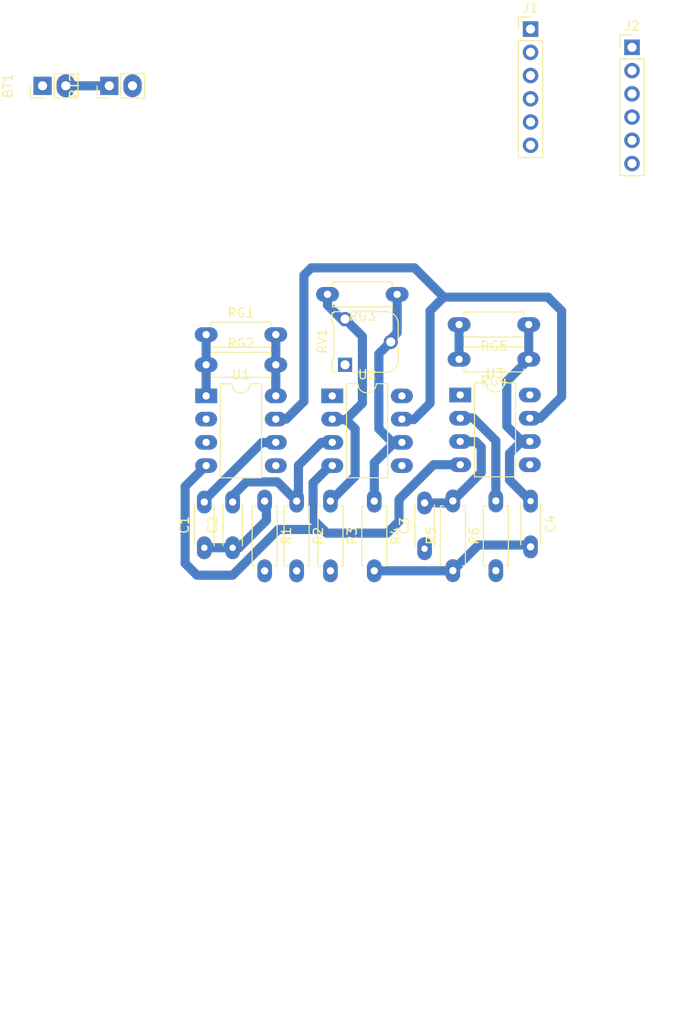
<source format=kicad_pcb>
(kicad_pcb (version 20171130) (host pcbnew 5.1.6-c6e7f7d~87~ubuntu18.04.1)

  (general
    (thickness 1.6)
    (drawings 10)
    (tracks 95)
    (zones 0)
    (modules 23)
    (nets 34)
  )

  (page A4)
  (layers
    (0 F.Cu signal)
    (31 B.Cu signal)
    (32 B.Adhes user)
    (33 F.Adhes user)
    (34 B.Paste user)
    (35 F.Paste user)
    (36 B.SilkS user)
    (37 F.SilkS user)
    (38 B.Mask user)
    (39 F.Mask user)
    (40 Dwgs.User user)
    (41 Cmts.User user)
    (42 Eco1.User user)
    (43 Eco2.User user)
    (44 Edge.Cuts user)
    (45 Margin user)
    (46 B.CrtYd user)
    (47 F.CrtYd user)
    (48 B.Fab user)
    (49 F.Fab user)
  )

  (setup
    (last_trace_width 0.25)
    (user_trace_width 0.7)
    (user_trace_width 1)
    (user_trace_width 1.25)
    (user_trace_width 1.5)
    (user_trace_width 2)
    (trace_clearance 0.2)
    (zone_clearance 0.508)
    (zone_45_only no)
    (trace_min 0.2)
    (via_size 0.8)
    (via_drill 0.4)
    (via_min_size 0.4)
    (via_min_drill 0.3)
    (uvia_size 0.3)
    (uvia_drill 0.1)
    (uvias_allowed no)
    (uvia_min_size 0.2)
    (uvia_min_drill 0.1)
    (edge_width 0.05)
    (segment_width 0.2)
    (pcb_text_width 0.3)
    (pcb_text_size 1.5 1.5)
    (mod_edge_width 0.12)
    (mod_text_size 1 1)
    (mod_text_width 0.15)
    (pad_size 1.524 1.524)
    (pad_drill 0.762)
    (pad_to_mask_clearance 0.05)
    (aux_axis_origin 0 0)
    (visible_elements FFFFF77F)
    (pcbplotparams
      (layerselection 0x010fc_ffffffff)
      (usegerberextensions false)
      (usegerberattributes true)
      (usegerberadvancedattributes true)
      (creategerberjobfile true)
      (excludeedgelayer true)
      (linewidth 0.100000)
      (plotframeref false)
      (viasonmask false)
      (mode 1)
      (useauxorigin false)
      (hpglpennumber 1)
      (hpglpenspeed 20)
      (hpglpendiameter 15.000000)
      (psnegative false)
      (psa4output false)
      (plotreference true)
      (plotvalue true)
      (plotinvisibletext false)
      (padsonsilk false)
      (subtractmaskfromsilk false)
      (outputformat 1)
      (mirror false)
      (drillshape 1)
      (scaleselection 1)
      (outputdirectory ""))
  )

  (net 0 "")
  (net 1 +9V)
  (net 2 BATT_GND)
  (net 3 -9V)
  (net 4 "Net-(C1-Pad1)")
  (net 5 "/Channel 1/SIG_1")
  (net 6 "/Channel 1/SIG_2")
  (net 7 "Net-(C3-Pad2)")
  (net 8 Channel_1_OUT)
  (net 9 "Net-(C4-Pad2)")
  (net 10 Channel_2_OUT)
  (net 11 Channel_3_OUT)
  (net 12 Channel_4_OUT)
  (net 13 Channel_5_OUT)
  (net 14 Channel_1_IN)
  (net 15 Channel_2_IN)
  (net 16 Channel_3_IN)
  (net 17 Channel_4_IN)
  (net 18 Channel_5_IN)
  (net 19 REFERENCE)
  (net 20 "Net-(R3-Pad1)")
  (net 21 "/Channel 1/SIG_3")
  (net 22 "Net-(R6-Pad2)")
  (net 23 "Net-(RG1-Pad2)")
  (net 24 "Net-(RG1-Pad1)")
  (net 25 "Net-(RV1-Pad1)")
  (net 26 "Net-(U2-Pad8)")
  (net 27 "Net-(U2-Pad5)")
  (net 28 "Net-(U2-Pad1)")
  (net 29 "Net-(U3-Pad8)")
  (net 30 "Net-(U3-Pad5)")
  (net 31 "Net-(U3-Pad1)")
  (net 32 "/Channel 1/Channel_6_OUT")
  (net 33 "/Channel 1/Channel_6_IN")

  (net_class Default "This is the default net class."
    (clearance 0.2)
    (trace_width 0.25)
    (via_dia 0.8)
    (via_drill 0.4)
    (uvia_dia 0.3)
    (uvia_drill 0.1)
    (add_net +9V)
    (add_net -9V)
    (add_net "/Channel 1/Channel_6_IN")
    (add_net "/Channel 1/Channel_6_OUT")
    (add_net "/Channel 1/SIG_1")
    (add_net "/Channel 1/SIG_2")
    (add_net "/Channel 1/SIG_3")
    (add_net BATT_GND)
    (add_net Channel_1_IN)
    (add_net Channel_1_OUT)
    (add_net Channel_2_IN)
    (add_net Channel_2_OUT)
    (add_net Channel_3_IN)
    (add_net Channel_3_OUT)
    (add_net Channel_4_IN)
    (add_net Channel_4_OUT)
    (add_net Channel_5_IN)
    (add_net Channel_5_OUT)
    (add_net "Net-(C1-Pad1)")
    (add_net "Net-(C3-Pad2)")
    (add_net "Net-(C4-Pad2)")
    (add_net "Net-(R3-Pad1)")
    (add_net "Net-(R6-Pad2)")
    (add_net "Net-(RG1-Pad1)")
    (add_net "Net-(RG1-Pad2)")
    (add_net "Net-(RV1-Pad1)")
    (add_net "Net-(U2-Pad1)")
    (add_net "Net-(U2-Pad5)")
    (add_net "Net-(U2-Pad8)")
    (add_net "Net-(U3-Pad1)")
    (add_net "Net-(U3-Pad5)")
    (add_net "Net-(U3-Pad8)")
    (add_net REFERENCE)
  )

  (module Battery:Axial_Resistor_Longpads (layer F.Cu) (tedit 5F3D30B1) (tstamp 5F3DED61)
    (at 57.8 61.8 270)
    (descr "Resistor, Axial_DIN0207 series, Axial, Horizontal, pin pitch=7.62mm, 0.25W = 1/4W, length*diameter=6.3*2.5mm^2, http://cdn-reichelt.de/documents/datenblatt/B400/1_4W%23YAG.pdf")
    (tags "Resistor Axial_DIN0207 series Axial Horizontal pin pitch 7.62mm 0.25W = 1/4W length 6.3mm diameter 2.5mm")
    (path /5F801477/5F816A55)
    (fp_text reference R4 (at 3.81 -2.37 90) (layer F.SilkS)
      (effects (font (size 1 1) (thickness 0.15)))
    )
    (fp_text value 16K (at 3.81 2.37 90) (layer F.Fab)
      (effects (font (size 1 1) (thickness 0.15)))
    )
    (fp_line (start 0.66 -1.25) (end 0.66 1.25) (layer F.Fab) (width 0.1))
    (fp_line (start 0.66 1.25) (end 6.96 1.25) (layer F.Fab) (width 0.1))
    (fp_line (start 6.96 1.25) (end 6.96 -1.25) (layer F.Fab) (width 0.1))
    (fp_line (start 6.96 -1.25) (end 0.66 -1.25) (layer F.Fab) (width 0.1))
    (fp_line (start 0 0) (end 0.66 0) (layer F.Fab) (width 0.1))
    (fp_line (start 7.62 0) (end 6.96 0) (layer F.Fab) (width 0.1))
    (fp_line (start 0.54 -1.04) (end 0.54 -1.37) (layer F.SilkS) (width 0.12))
    (fp_line (start 0.54 -1.37) (end 7.08 -1.37) (layer F.SilkS) (width 0.12))
    (fp_line (start 7.08 -1.37) (end 7.08 -1.04) (layer F.SilkS) (width 0.12))
    (fp_line (start 0.54 1.04) (end 0.54 1.37) (layer F.SilkS) (width 0.12))
    (fp_line (start 0.54 1.37) (end 7.08 1.37) (layer F.SilkS) (width 0.12))
    (fp_line (start 7.08 1.37) (end 7.08 1.04) (layer F.SilkS) (width 0.12))
    (fp_line (start -1.05 -1.5) (end -1.05 1.5) (layer F.CrtYd) (width 0.05))
    (fp_line (start -1.05 1.5) (end 8.67 1.5) (layer F.CrtYd) (width 0.05))
    (fp_line (start 8.67 1.5) (end 8.67 -1.5) (layer F.CrtYd) (width 0.05))
    (fp_line (start 8.67 -1.5) (end -1.05 -1.5) (layer F.CrtYd) (width 0.05))
    (fp_text user %R (at 3.81 0 90) (layer F.Fab)
      (effects (font (size 1 1) (thickness 0.15)))
    )
    (pad 2 thru_hole oval (at 7.62 0 270) (size 2.5 1.6) (drill 0.8) (layers *.Cu *.Mask)
      (net 9 "Net-(C4-Pad2)"))
    (pad 1 thru_hole oval (at 0 0 270) (size 2.5 1.6) (drill 0.8) (layers *.Cu *.Mask)
      (net 21 "/Channel 1/SIG_3"))
    (model ${KISYS3DMOD}/Resistor_THT.3dshapes/R_Axial_DIN0207_L6.3mm_D2.5mm_P7.62mm_Horizontal.wrl
      (at (xyz 0 0 0))
      (scale (xyz 1 1 1))
      (rotate (xyz 0 0 0))
    )
  )

  (module Package_DIP:DIP-8_W7.62mm_LongPads (layer F.Cu) (tedit 5A02E8C5) (tstamp 5F3DD2A3)
    (at 53.2 50.3)
    (descr "8-lead though-hole mounted DIP package, row spacing 7.62 mm (300 mils), LongPads")
    (tags "THT DIP DIL PDIP 2.54mm 7.62mm 300mil LongPads")
    (path /5F801477/5F816A8A)
    (fp_text reference U2 (at 3.81 -2.33) (layer F.SilkS)
      (effects (font (size 1 1) (thickness 0.15)))
    )
    (fp_text value OP37G (at 3.81 9.95) (layer F.Fab)
      (effects (font (size 1 1) (thickness 0.15)))
    )
    (fp_line (start 1.635 -1.27) (end 6.985 -1.27) (layer F.Fab) (width 0.1))
    (fp_line (start 6.985 -1.27) (end 6.985 8.89) (layer F.Fab) (width 0.1))
    (fp_line (start 6.985 8.89) (end 0.635 8.89) (layer F.Fab) (width 0.1))
    (fp_line (start 0.635 8.89) (end 0.635 -0.27) (layer F.Fab) (width 0.1))
    (fp_line (start 0.635 -0.27) (end 1.635 -1.27) (layer F.Fab) (width 0.1))
    (fp_line (start 2.81 -1.33) (end 1.56 -1.33) (layer F.SilkS) (width 0.12))
    (fp_line (start 1.56 -1.33) (end 1.56 8.95) (layer F.SilkS) (width 0.12))
    (fp_line (start 1.56 8.95) (end 6.06 8.95) (layer F.SilkS) (width 0.12))
    (fp_line (start 6.06 8.95) (end 6.06 -1.33) (layer F.SilkS) (width 0.12))
    (fp_line (start 6.06 -1.33) (end 4.81 -1.33) (layer F.SilkS) (width 0.12))
    (fp_line (start -1.45 -1.55) (end -1.45 9.15) (layer F.CrtYd) (width 0.05))
    (fp_line (start -1.45 9.15) (end 9.1 9.15) (layer F.CrtYd) (width 0.05))
    (fp_line (start 9.1 9.15) (end 9.1 -1.55) (layer F.CrtYd) (width 0.05))
    (fp_line (start 9.1 -1.55) (end -1.45 -1.55) (layer F.CrtYd) (width 0.05))
    (fp_text user %R (at 3.81 3.81) (layer F.Fab)
      (effects (font (size 1 1) (thickness 0.15)))
    )
    (fp_arc (start 3.81 -1.33) (end 2.81 -1.33) (angle -180) (layer F.SilkS) (width 0.12))
    (pad 8 thru_hole oval (at 7.62 0) (size 2.4 1.6) (drill 0.8) (layers *.Cu *.Mask)
      (net 26 "Net-(U2-Pad8)"))
    (pad 4 thru_hole oval (at 0 7.62) (size 2.4 1.6) (drill 0.8) (layers *.Cu *.Mask)
      (net 3 -9V))
    (pad 7 thru_hole oval (at 7.62 2.54) (size 2.4 1.6) (drill 0.8) (layers *.Cu *.Mask)
      (net 1 +9V))
    (pad 3 thru_hole oval (at 0 5.08) (size 2.4 1.6) (drill 0.8) (layers *.Cu *.Mask)
      (net 6 "/Channel 1/SIG_2"))
    (pad 6 thru_hole oval (at 7.62 5.08) (size 2.4 1.6) (drill 0.8) (layers *.Cu *.Mask)
      (net 21 "/Channel 1/SIG_3"))
    (pad 2 thru_hole oval (at 0 2.54) (size 2.4 1.6) (drill 0.8) (layers *.Cu *.Mask)
      (net 20 "Net-(R3-Pad1)"))
    (pad 5 thru_hole oval (at 7.62 7.62) (size 2.4 1.6) (drill 0.8) (layers *.Cu *.Mask)
      (net 27 "Net-(U2-Pad5)"))
    (pad 1 thru_hole rect (at 0 0) (size 2.4 1.6) (drill 0.8) (layers *.Cu *.Mask)
      (net 28 "Net-(U2-Pad1)"))
    (model ${KISYS3DMOD}/Package_DIP.3dshapes/DIP-8_W7.62mm.wrl
      (at (xyz 0 0 0))
      (scale (xyz 1 1 1))
      (rotate (xyz 0 0 0))
    )
  )

  (module Potentiometer_THT:Potentiometer_Runtron_RM-065_Vertical (layer F.Cu) (tedit 5BF6754C) (tstamp 5F3DAADE)
    (at 54.6 46.9 90)
    (descr "Potentiometer, vertical, Trimmer, RM-065 http://www.runtron.com/down/PDF%20Datasheet/Carbon%20Film%20Potentiometer/RM065%20RM063.pdf")
    (tags "Potentiometer Trimmer RM-065")
    (path /5F801477/5F816A6D)
    (fp_text reference RV1 (at 2.6 -2.5 90) (layer F.SilkS)
      (effects (font (size 1 1) (thickness 0.15)))
    )
    (fp_text value 100k (at 2.6 7.4 90) (layer F.Fab)
      (effects (font (size 1 1) (thickness 0.15)))
    )
    (fp_line (start -0.71 -1.41) (end 0.71 -1.41) (layer F.SilkS) (width 0.12))
    (fp_line (start 0.71 -1.21) (end 4.29 -1.21) (layer F.SilkS) (width 0.12))
    (fp_line (start 4.29 -1.21) (end 4.29 -1.41) (layer F.SilkS) (width 0.12))
    (fp_line (start 4.29 -1.41) (end 5.71 -1.41) (layer F.SilkS) (width 0.12))
    (fp_line (start 5.71 -1.41) (end 5.71 -1.21) (layer F.SilkS) (width 0.12))
    (fp_line (start 1.99 5.81) (end 0.5 5.81) (layer F.SilkS) (width 0.12))
    (fp_line (start -0.81 4.5) (end -0.81 0.96) (layer F.SilkS) (width 0.12))
    (fp_line (start 5.81 0.52) (end 5.81 4.5) (layer F.SilkS) (width 0.12))
    (fp_line (start 4.5 5.81) (end 3.01 5.81) (layer F.SilkS) (width 0.12))
    (fp_line (start 0.5 5.7) (end 4.5 5.7) (layer F.Fab) (width 0.1))
    (fp_line (start 5.7 4.5) (end 5.7 -1.1) (layer F.Fab) (width 0.1))
    (fp_line (start -0.7 4.5) (end -0.7 -1.1) (layer F.Fab) (width 0.1))
    (fp_line (start -0.6 -1.1) (end -0.6 -1.3) (layer F.Fab) (width 0.1))
    (fp_line (start -0.6 -1.3) (end 0.6 -1.3) (layer F.Fab) (width 0.1))
    (fp_line (start 0.6 -1.3) (end 0.6 -1.1) (layer F.Fab) (width 0.1))
    (fp_line (start 5.6 -1.1) (end 5.6 -1.3) (layer F.Fab) (width 0.1))
    (fp_line (start 5.6 -1.3) (end 4.41 -1.3) (layer F.Fab) (width 0.1))
    (fp_line (start 4.4 -1.3) (end 4.4 -1.1) (layer F.Fab) (width 0.1))
    (fp_line (start 5.7 -1.1) (end -0.7 -1.1) (layer F.Fab) (width 0.1))
    (fp_line (start 6.05 6.03) (end -1.05 6.03) (layer F.CrtYd) (width 0.05))
    (fp_line (start 6.03 6.05) (end 6.03 -1.55) (layer F.CrtYd) (width 0.05))
    (fp_line (start -1.03 -1.55) (end -1.03 6.05) (layer F.CrtYd) (width 0.05))
    (fp_line (start -1.03 -1.55) (end 6.03 -1.55) (layer F.CrtYd) (width 0.05))
    (fp_circle (center 2.5 2.5) (end 5.5 2.5) (layer F.Fab) (width 0.1))
    (fp_line (start 0.71 -1.21) (end 0.71 -1.41) (layer F.SilkS) (width 0.12))
    (fp_line (start -0.71 -1.41) (end -0.71 -1.21) (layer F.SilkS) (width 0.12))
    (fp_line (start -0.71 -1.21) (end -0.81 -1.21) (layer F.SilkS) (width 0.12))
    (fp_line (start -0.81 -1.21) (end -0.81 -0.96) (layer F.SilkS) (width 0.12))
    (fp_line (start 5.71 -1.21) (end 5.81 -1.21) (layer F.SilkS) (width 0.12))
    (fp_line (start 5.81 -1.21) (end 5.81 -0.52) (layer F.SilkS) (width 0.12))
    (fp_text user %R (at 2.5 2.5 90) (layer F.Fab)
      (effects (font (size 1 1) (thickness 0.15)))
    )
    (fp_arc (start 4.5 4.5) (end 4.5 5.7) (angle -90) (layer F.Fab) (width 0.1))
    (fp_arc (start 0.5 4.5) (end -0.7 4.5) (angle -90) (layer F.Fab) (width 0.1))
    (fp_arc (start 0.5 4.5) (end -0.81 4.5) (angle -90) (layer F.SilkS) (width 0.12))
    (fp_arc (start 4.5 4.5) (end 4.5 5.81) (angle -90) (layer F.SilkS) (width 0.12))
    (pad 2 thru_hole circle (at 2.5 5 90) (size 1.55 1.55) (drill 1) (layers *.Cu *.Mask)
      (net 21 "/Channel 1/SIG_3"))
    (pad 1 thru_hole rect (at 0 0 90) (size 1.55 1.55) (drill 1) (layers *.Cu *.Mask)
      (net 25 "Net-(RV1-Pad1)"))
    (pad 3 thru_hole circle (at 5 0 90) (size 1.55 1.55) (drill 1) (layers *.Cu *.Mask)
      (net 20 "Net-(R3-Pad1)"))
    (model ${KISYS3DMOD}/Potentiometer_THT.3dshapes/Potentiometer_Runtron_RM-065_Vertical.wrl
      (at (xyz 0 0 0))
      (scale (xyz 1 1 1))
      (rotate (xyz 0 0 0))
    )
  )

  (module Package_DIP:DIP-8_W7.62mm_LongPads (layer F.Cu) (tedit 5A02E8C5) (tstamp 5F3DD288)
    (at 39.4 50.3)
    (descr "8-lead though-hole mounted DIP package, row spacing 7.62 mm (300 mils), LongPads")
    (tags "THT DIP DIL PDIP 2.54mm 7.62mm 300mil LongPads")
    (path /5F801477/5F816A49)
    (fp_text reference U1 (at 3.81 -2.33) (layer F.SilkS)
      (effects (font (size 1 1) (thickness 0.15)))
    )
    (fp_text value AD620 (at 3.81 9.95) (layer F.Fab)
      (effects (font (size 1 1) (thickness 0.15)))
    )
    (fp_line (start 9.1 -1.55) (end -1.45 -1.55) (layer F.CrtYd) (width 0.05))
    (fp_line (start 9.1 9.15) (end 9.1 -1.55) (layer F.CrtYd) (width 0.05))
    (fp_line (start -1.45 9.15) (end 9.1 9.15) (layer F.CrtYd) (width 0.05))
    (fp_line (start -1.45 -1.55) (end -1.45 9.15) (layer F.CrtYd) (width 0.05))
    (fp_line (start 6.06 -1.33) (end 4.81 -1.33) (layer F.SilkS) (width 0.12))
    (fp_line (start 6.06 8.95) (end 6.06 -1.33) (layer F.SilkS) (width 0.12))
    (fp_line (start 1.56 8.95) (end 6.06 8.95) (layer F.SilkS) (width 0.12))
    (fp_line (start 1.56 -1.33) (end 1.56 8.95) (layer F.SilkS) (width 0.12))
    (fp_line (start 2.81 -1.33) (end 1.56 -1.33) (layer F.SilkS) (width 0.12))
    (fp_line (start 0.635 -0.27) (end 1.635 -1.27) (layer F.Fab) (width 0.1))
    (fp_line (start 0.635 8.89) (end 0.635 -0.27) (layer F.Fab) (width 0.1))
    (fp_line (start 6.985 8.89) (end 0.635 8.89) (layer F.Fab) (width 0.1))
    (fp_line (start 6.985 -1.27) (end 6.985 8.89) (layer F.Fab) (width 0.1))
    (fp_line (start 1.635 -1.27) (end 6.985 -1.27) (layer F.Fab) (width 0.1))
    (fp_arc (start 3.81 -1.33) (end 2.81 -1.33) (angle -180) (layer F.SilkS) (width 0.12))
    (fp_text user %R (at 3.81 3.81) (layer F.Fab)
      (effects (font (size 1 1) (thickness 0.15)))
    )
    (pad 1 thru_hole rect (at 0 0) (size 2.4 1.6) (drill 0.8) (layers *.Cu *.Mask)
      (net 24 "Net-(RG1-Pad1)"))
    (pad 5 thru_hole oval (at 7.62 7.62) (size 2.4 1.6) (drill 0.8) (layers *.Cu *.Mask)
      (net 2 BATT_GND))
    (pad 2 thru_hole oval (at 0 2.54) (size 2.4 1.6) (drill 0.8) (layers *.Cu *.Mask)
      (net 19 REFERENCE))
    (pad 6 thru_hole oval (at 7.62 5.08) (size 2.4 1.6) (drill 0.8) (layers *.Cu *.Mask)
      (net 5 "/Channel 1/SIG_1"))
    (pad 3 thru_hole oval (at 0 5.08) (size 2.4 1.6) (drill 0.8) (layers *.Cu *.Mask)
      (net 33 "/Channel 1/Channel_6_IN"))
    (pad 7 thru_hole oval (at 7.62 2.54) (size 2.4 1.6) (drill 0.8) (layers *.Cu *.Mask)
      (net 1 +9V))
    (pad 4 thru_hole oval (at 0 7.62) (size 2.4 1.6) (drill 0.8) (layers *.Cu *.Mask)
      (net 3 -9V))
    (pad 8 thru_hole oval (at 7.62 0) (size 2.4 1.6) (drill 0.8) (layers *.Cu *.Mask)
      (net 23 "Net-(RG1-Pad2)"))
    (model ${KISYS3DMOD}/Package_DIP.3dshapes/DIP-8_W7.62mm.wrl
      (at (xyz 0 0 0))
      (scale (xyz 1 1 1))
      (rotate (xyz 0 0 0))
    )
  )

  (module Package_DIP:DIP-8_W7.62mm_LongPads (layer F.Cu) (tedit 5A02E8C5) (tstamp 5F3DD2BE)
    (at 67.2 50.2)
    (descr "8-lead though-hole mounted DIP package, row spacing 7.62 mm (300 mils), LongPads")
    (tags "THT DIP DIL PDIP 2.54mm 7.62mm 300mil LongPads")
    (path /5F801477/5F816A4F)
    (fp_text reference U3 (at 3.81 -2.33) (layer F.SilkS)
      (effects (font (size 1 1) (thickness 0.15)))
    )
    (fp_text value OP37G (at 3.81 9.95) (layer F.Fab)
      (effects (font (size 1 1) (thickness 0.15)))
    )
    (fp_line (start 1.635 -1.27) (end 6.985 -1.27) (layer F.Fab) (width 0.1))
    (fp_line (start 6.985 -1.27) (end 6.985 8.89) (layer F.Fab) (width 0.1))
    (fp_line (start 6.985 8.89) (end 0.635 8.89) (layer F.Fab) (width 0.1))
    (fp_line (start 0.635 8.89) (end 0.635 -0.27) (layer F.Fab) (width 0.1))
    (fp_line (start 0.635 -0.27) (end 1.635 -1.27) (layer F.Fab) (width 0.1))
    (fp_line (start 2.81 -1.33) (end 1.56 -1.33) (layer F.SilkS) (width 0.12))
    (fp_line (start 1.56 -1.33) (end 1.56 8.95) (layer F.SilkS) (width 0.12))
    (fp_line (start 1.56 8.95) (end 6.06 8.95) (layer F.SilkS) (width 0.12))
    (fp_line (start 6.06 8.95) (end 6.06 -1.33) (layer F.SilkS) (width 0.12))
    (fp_line (start 6.06 -1.33) (end 4.81 -1.33) (layer F.SilkS) (width 0.12))
    (fp_line (start -1.45 -1.55) (end -1.45 9.15) (layer F.CrtYd) (width 0.05))
    (fp_line (start -1.45 9.15) (end 9.1 9.15) (layer F.CrtYd) (width 0.05))
    (fp_line (start 9.1 9.15) (end 9.1 -1.55) (layer F.CrtYd) (width 0.05))
    (fp_line (start 9.1 -1.55) (end -1.45 -1.55) (layer F.CrtYd) (width 0.05))
    (fp_text user %R (at 3.81 3.81) (layer F.Fab)
      (effects (font (size 1 1) (thickness 0.15)))
    )
    (fp_arc (start 3.81 -1.33) (end 2.81 -1.33) (angle -180) (layer F.SilkS) (width 0.12))
    (pad 8 thru_hole oval (at 7.62 0) (size 2.4 1.6) (drill 0.8) (layers *.Cu *.Mask)
      (net 29 "Net-(U3-Pad8)"))
    (pad 4 thru_hole oval (at 0 7.62) (size 2.4 1.6) (drill 0.8) (layers *.Cu *.Mask)
      (net 3 -9V))
    (pad 7 thru_hole oval (at 7.62 2.54) (size 2.4 1.6) (drill 0.8) (layers *.Cu *.Mask)
      (net 1 +9V))
    (pad 3 thru_hole oval (at 0 5.08) (size 2.4 1.6) (drill 0.8) (layers *.Cu *.Mask)
      (net 7 "Net-(C3-Pad2)"))
    (pad 6 thru_hole oval (at 7.62 5.08) (size 2.4 1.6) (drill 0.8) (layers *.Cu *.Mask)
      (net 32 "/Channel 1/Channel_6_OUT"))
    (pad 2 thru_hole oval (at 0 2.54) (size 2.4 1.6) (drill 0.8) (layers *.Cu *.Mask)
      (net 22 "Net-(R6-Pad2)"))
    (pad 5 thru_hole oval (at 7.62 7.62) (size 2.4 1.6) (drill 0.8) (layers *.Cu *.Mask)
      (net 30 "Net-(U3-Pad5)"))
    (pad 1 thru_hole rect (at 0 0) (size 2.4 1.6) (drill 0.8) (layers *.Cu *.Mask)
      (net 31 "Net-(U3-Pad1)"))
    (model ${KISYS3DMOD}/Package_DIP.3dshapes/DIP-8_W7.62mm.wrl
      (at (xyz 0 0 0))
      (scale (xyz 1 1 1))
      (rotate (xyz 0 0 0))
    )
  )

  (module Battery:Axial_Resistor_Longpads (layer F.Cu) (tedit 5F3D30B1) (tstamp 5F3DED1F)
    (at 45.8 61.8 270)
    (descr "Resistor, Axial_DIN0207 series, Axial, Horizontal, pin pitch=7.62mm, 0.25W = 1/4W, length*diameter=6.3*2.5mm^2, http://cdn-reichelt.de/documents/datenblatt/B400/1_4W%23YAG.pdf")
    (tags "Resistor Axial_DIN0207 series Axial Horizontal pin pitch 7.62mm 0.25W = 1/4W length 6.3mm diameter 2.5mm")
    (path /5F801477/5F816A37)
    (fp_text reference R1 (at 3.81 -2.37 90) (layer F.SilkS)
      (effects (font (size 1 1) (thickness 0.15)))
    )
    (fp_text value 1.5M (at 3.81 2.37 90) (layer F.Fab)
      (effects (font (size 1 1) (thickness 0.15)))
    )
    (fp_line (start 8.67 -1.5) (end -1.05 -1.5) (layer F.CrtYd) (width 0.05))
    (fp_line (start 8.67 1.5) (end 8.67 -1.5) (layer F.CrtYd) (width 0.05))
    (fp_line (start -1.05 1.5) (end 8.67 1.5) (layer F.CrtYd) (width 0.05))
    (fp_line (start -1.05 -1.5) (end -1.05 1.5) (layer F.CrtYd) (width 0.05))
    (fp_line (start 7.08 1.37) (end 7.08 1.04) (layer F.SilkS) (width 0.12))
    (fp_line (start 0.54 1.37) (end 7.08 1.37) (layer F.SilkS) (width 0.12))
    (fp_line (start 0.54 1.04) (end 0.54 1.37) (layer F.SilkS) (width 0.12))
    (fp_line (start 7.08 -1.37) (end 7.08 -1.04) (layer F.SilkS) (width 0.12))
    (fp_line (start 0.54 -1.37) (end 7.08 -1.37) (layer F.SilkS) (width 0.12))
    (fp_line (start 0.54 -1.04) (end 0.54 -1.37) (layer F.SilkS) (width 0.12))
    (fp_line (start 7.62 0) (end 6.96 0) (layer F.Fab) (width 0.1))
    (fp_line (start 0 0) (end 0.66 0) (layer F.Fab) (width 0.1))
    (fp_line (start 6.96 -1.25) (end 0.66 -1.25) (layer F.Fab) (width 0.1))
    (fp_line (start 6.96 1.25) (end 6.96 -1.25) (layer F.Fab) (width 0.1))
    (fp_line (start 0.66 1.25) (end 6.96 1.25) (layer F.Fab) (width 0.1))
    (fp_line (start 0.66 -1.25) (end 0.66 1.25) (layer F.Fab) (width 0.1))
    (fp_text user %R (at 3.524999 -0.425001 90) (layer F.Fab)
      (effects (font (size 1 1) (thickness 0.15)))
    )
    (pad 1 thru_hole oval (at 0 0 270) (size 2.5 1.6) (drill 0.8) (layers *.Cu *.Mask)
      (net 4 "Net-(C1-Pad1)"))
    (pad 2 thru_hole oval (at 7.62 0 270) (size 2.5 1.6) (drill 0.8) (layers *.Cu *.Mask)
      (net 2 BATT_GND))
    (model ${KISYS3DMOD}/Resistor_THT.3dshapes/R_Axial_DIN0207_L6.3mm_D2.5mm_P7.62mm_Horizontal.wrl
      (at (xyz 0 0 0))
      (scale (xyz 1 1 1))
      (rotate (xyz 0 0 0))
    )
  )

  (module Battery:Axial_Resistor_Longpads (layer F.Cu) (tedit 5F3D30B1) (tstamp 5F3DED35)
    (at 49.3 61.8 270)
    (descr "Resistor, Axial_DIN0207 series, Axial, Horizontal, pin pitch=7.62mm, 0.25W = 1/4W, length*diameter=6.3*2.5mm^2, http://cdn-reichelt.de/documents/datenblatt/B400/1_4W%23YAG.pdf")
    (tags "Resistor Axial_DIN0207 series Axial Horizontal pin pitch 7.62mm 0.25W = 1/4W length 6.3mm diameter 2.5mm")
    (path /5F801477/5F816A3D)
    (fp_text reference R2 (at 3.81 -2.37 90) (layer F.SilkS)
      (effects (font (size 1 1) (thickness 0.15)))
    )
    (fp_text value 1.5M (at 3.81 2.37 90) (layer F.Fab)
      (effects (font (size 1 1) (thickness 0.15)))
    )
    (fp_line (start 0.66 -1.25) (end 0.66 1.25) (layer F.Fab) (width 0.1))
    (fp_line (start 0.66 1.25) (end 6.96 1.25) (layer F.Fab) (width 0.1))
    (fp_line (start 6.96 1.25) (end 6.96 -1.25) (layer F.Fab) (width 0.1))
    (fp_line (start 6.96 -1.25) (end 0.66 -1.25) (layer F.Fab) (width 0.1))
    (fp_line (start 0 0) (end 0.66 0) (layer F.Fab) (width 0.1))
    (fp_line (start 7.62 0) (end 6.96 0) (layer F.Fab) (width 0.1))
    (fp_line (start 0.54 -1.04) (end 0.54 -1.37) (layer F.SilkS) (width 0.12))
    (fp_line (start 0.54 -1.37) (end 7.08 -1.37) (layer F.SilkS) (width 0.12))
    (fp_line (start 7.08 -1.37) (end 7.08 -1.04) (layer F.SilkS) (width 0.12))
    (fp_line (start 0.54 1.04) (end 0.54 1.37) (layer F.SilkS) (width 0.12))
    (fp_line (start 0.54 1.37) (end 7.08 1.37) (layer F.SilkS) (width 0.12))
    (fp_line (start 7.08 1.37) (end 7.08 1.04) (layer F.SilkS) (width 0.12))
    (fp_line (start -1.05 -1.5) (end -1.05 1.5) (layer F.CrtYd) (width 0.05))
    (fp_line (start -1.05 1.5) (end 8.67 1.5) (layer F.CrtYd) (width 0.05))
    (fp_line (start 8.67 1.5) (end 8.67 -1.5) (layer F.CrtYd) (width 0.05))
    (fp_line (start 8.67 -1.5) (end -1.05 -1.5) (layer F.CrtYd) (width 0.05))
    (fp_text user %R (at 3.81 0 90) (layer F.Fab)
      (effects (font (size 1 1) (thickness 0.15)))
    )
    (pad 2 thru_hole oval (at 7.62 0 270) (size 2.5 1.6) (drill 0.8) (layers *.Cu *.Mask)
      (net 2 BATT_GND))
    (pad 1 thru_hole oval (at 0 0 270) (size 2.5 1.6) (drill 0.8) (layers *.Cu *.Mask)
      (net 6 "/Channel 1/SIG_2"))
    (model ${KISYS3DMOD}/Resistor_THT.3dshapes/R_Axial_DIN0207_L6.3mm_D2.5mm_P7.62mm_Horizontal.wrl
      (at (xyz 0 0 0))
      (scale (xyz 1 1 1))
      (rotate (xyz 0 0 0))
    )
  )

  (module Battery:Axial_Resistor_Longpads (layer F.Cu) (tedit 5F3D30B1) (tstamp 5F3DED4B)
    (at 53 61.8 270)
    (descr "Resistor, Axial_DIN0207 series, Axial, Horizontal, pin pitch=7.62mm, 0.25W = 1/4W, length*diameter=6.3*2.5mm^2, http://cdn-reichelt.de/documents/datenblatt/B400/1_4W%23YAG.pdf")
    (tags "Resistor Axial_DIN0207 series Axial Horizontal pin pitch 7.62mm 0.25W = 1/4W length 6.3mm diameter 2.5mm")
    (path /5F801477/5F816A43)
    (fp_text reference R3 (at 3.81 -2.37 90) (layer F.SilkS)
      (effects (font (size 1 1) (thickness 0.15)))
    )
    (fp_text value 1K (at 3.81 2.37 90) (layer F.Fab)
      (effects (font (size 1 1) (thickness 0.15)))
    )
    (fp_line (start 8.67 -1.5) (end -1.05 -1.5) (layer F.CrtYd) (width 0.05))
    (fp_line (start 8.67 1.5) (end 8.67 -1.5) (layer F.CrtYd) (width 0.05))
    (fp_line (start -1.05 1.5) (end 8.67 1.5) (layer F.CrtYd) (width 0.05))
    (fp_line (start -1.05 -1.5) (end -1.05 1.5) (layer F.CrtYd) (width 0.05))
    (fp_line (start 7.08 1.37) (end 7.08 1.04) (layer F.SilkS) (width 0.12))
    (fp_line (start 0.54 1.37) (end 7.08 1.37) (layer F.SilkS) (width 0.12))
    (fp_line (start 0.54 1.04) (end 0.54 1.37) (layer F.SilkS) (width 0.12))
    (fp_line (start 7.08 -1.37) (end 7.08 -1.04) (layer F.SilkS) (width 0.12))
    (fp_line (start 0.54 -1.37) (end 7.08 -1.37) (layer F.SilkS) (width 0.12))
    (fp_line (start 0.54 -1.04) (end 0.54 -1.37) (layer F.SilkS) (width 0.12))
    (fp_line (start 7.62 0) (end 6.96 0) (layer F.Fab) (width 0.1))
    (fp_line (start 0 0) (end 0.66 0) (layer F.Fab) (width 0.1))
    (fp_line (start 6.96 -1.25) (end 0.66 -1.25) (layer F.Fab) (width 0.1))
    (fp_line (start 6.96 1.25) (end 6.96 -1.25) (layer F.Fab) (width 0.1))
    (fp_line (start 0.66 1.25) (end 6.96 1.25) (layer F.Fab) (width 0.1))
    (fp_line (start 0.66 -1.25) (end 0.66 1.25) (layer F.Fab) (width 0.1))
    (fp_text user %R (at 3.724999 -0.025001 90) (layer F.Fab)
      (effects (font (size 1 1) (thickness 0.15)))
    )
    (pad 1 thru_hole oval (at 0 0 270) (size 2.5 1.6) (drill 0.8) (layers *.Cu *.Mask)
      (net 20 "Net-(R3-Pad1)"))
    (pad 2 thru_hole oval (at 7.62 0 270) (size 2.5 1.6) (drill 0.8) (layers *.Cu *.Mask)
      (net 2 BATT_GND))
    (model ${KISYS3DMOD}/Resistor_THT.3dshapes/R_Axial_DIN0207_L6.3mm_D2.5mm_P7.62mm_Horizontal.wrl
      (at (xyz 0 0 0))
      (scale (xyz 1 1 1))
      (rotate (xyz 0 0 0))
    )
  )

  (module Battery:Axial_Resistor_Longpads (layer F.Cu) (tedit 5F3D30B1) (tstamp 5F3DED77)
    (at 66.4 69.4 90)
    (descr "Resistor, Axial_DIN0207 series, Axial, Horizontal, pin pitch=7.62mm, 0.25W = 1/4W, length*diameter=6.3*2.5mm^2, http://cdn-reichelt.de/documents/datenblatt/B400/1_4W%23YAG.pdf")
    (tags "Resistor Axial_DIN0207 series Axial Horizontal pin pitch 7.62mm 0.25W = 1/4W length 6.3mm diameter 2.5mm")
    (path /5F801477/5F816A5B)
    (fp_text reference R5 (at 3.81 -2.37 90) (layer F.SilkS)
      (effects (font (size 1 1) (thickness 0.15)))
    )
    (fp_text value 16K (at 3.81 2.37 90) (layer F.Fab)
      (effects (font (size 1 1) (thickness 0.15)))
    )
    (fp_line (start 8.67 -1.5) (end -1.05 -1.5) (layer F.CrtYd) (width 0.05))
    (fp_line (start 8.67 1.5) (end 8.67 -1.5) (layer F.CrtYd) (width 0.05))
    (fp_line (start -1.05 1.5) (end 8.67 1.5) (layer F.CrtYd) (width 0.05))
    (fp_line (start -1.05 -1.5) (end -1.05 1.5) (layer F.CrtYd) (width 0.05))
    (fp_line (start 7.08 1.37) (end 7.08 1.04) (layer F.SilkS) (width 0.12))
    (fp_line (start 0.54 1.37) (end 7.08 1.37) (layer F.SilkS) (width 0.12))
    (fp_line (start 0.54 1.04) (end 0.54 1.37) (layer F.SilkS) (width 0.12))
    (fp_line (start 7.08 -1.37) (end 7.08 -1.04) (layer F.SilkS) (width 0.12))
    (fp_line (start 0.54 -1.37) (end 7.08 -1.37) (layer F.SilkS) (width 0.12))
    (fp_line (start 0.54 -1.04) (end 0.54 -1.37) (layer F.SilkS) (width 0.12))
    (fp_line (start 7.62 0) (end 6.96 0) (layer F.Fab) (width 0.1))
    (fp_line (start 0 0) (end 0.66 0) (layer F.Fab) (width 0.1))
    (fp_line (start 6.96 -1.25) (end 0.66 -1.25) (layer F.Fab) (width 0.1))
    (fp_line (start 6.96 1.25) (end 6.96 -1.25) (layer F.Fab) (width 0.1))
    (fp_line (start 0.66 1.25) (end 6.96 1.25) (layer F.Fab) (width 0.1))
    (fp_line (start 0.66 -1.25) (end 0.66 1.25) (layer F.Fab) (width 0.1))
    (fp_text user %R (at 3.81 0 90) (layer F.Fab)
      (effects (font (size 1 1) (thickness 0.15)))
    )
    (pad 1 thru_hole oval (at 0 0 90) (size 2.5 1.6) (drill 0.8) (layers *.Cu *.Mask)
      (net 9 "Net-(C4-Pad2)"))
    (pad 2 thru_hole oval (at 7.62 0 90) (size 2.5 1.6) (drill 0.8) (layers *.Cu *.Mask)
      (net 7 "Net-(C3-Pad2)"))
    (model ${KISYS3DMOD}/Resistor_THT.3dshapes/R_Axial_DIN0207_L6.3mm_D2.5mm_P7.62mm_Horizontal.wrl
      (at (xyz 0 0 0))
      (scale (xyz 1 1 1))
      (rotate (xyz 0 0 0))
    )
  )

  (module Battery:Axial_Resistor_Longpads (layer F.Cu) (tedit 5F3D30B1) (tstamp 5F3DED8D)
    (at 71.1 69.4 90)
    (descr "Resistor, Axial_DIN0207 series, Axial, Horizontal, pin pitch=7.62mm, 0.25W = 1/4W, length*diameter=6.3*2.5mm^2, http://cdn-reichelt.de/documents/datenblatt/B400/1_4W%23YAG.pdf")
    (tags "Resistor Axial_DIN0207 series Axial Horizontal pin pitch 7.62mm 0.25W = 1/4W length 6.3mm diameter 2.5mm")
    (path /5F801477/5F816A61)
    (fp_text reference R6 (at 3.81 -2.37 90) (layer F.SilkS)
      (effects (font (size 1 1) (thickness 0.15)))
    )
    (fp_text value 10K (at 3.81 2.37 90) (layer F.Fab)
      (effects (font (size 1 1) (thickness 0.15)))
    )
    (fp_line (start 0.66 -1.25) (end 0.66 1.25) (layer F.Fab) (width 0.1))
    (fp_line (start 0.66 1.25) (end 6.96 1.25) (layer F.Fab) (width 0.1))
    (fp_line (start 6.96 1.25) (end 6.96 -1.25) (layer F.Fab) (width 0.1))
    (fp_line (start 6.96 -1.25) (end 0.66 -1.25) (layer F.Fab) (width 0.1))
    (fp_line (start 0 0) (end 0.66 0) (layer F.Fab) (width 0.1))
    (fp_line (start 7.62 0) (end 6.96 0) (layer F.Fab) (width 0.1))
    (fp_line (start 0.54 -1.04) (end 0.54 -1.37) (layer F.SilkS) (width 0.12))
    (fp_line (start 0.54 -1.37) (end 7.08 -1.37) (layer F.SilkS) (width 0.12))
    (fp_line (start 7.08 -1.37) (end 7.08 -1.04) (layer F.SilkS) (width 0.12))
    (fp_line (start 0.54 1.04) (end 0.54 1.37) (layer F.SilkS) (width 0.12))
    (fp_line (start 0.54 1.37) (end 7.08 1.37) (layer F.SilkS) (width 0.12))
    (fp_line (start 7.08 1.37) (end 7.08 1.04) (layer F.SilkS) (width 0.12))
    (fp_line (start -1.05 -1.5) (end -1.05 1.5) (layer F.CrtYd) (width 0.05))
    (fp_line (start -1.05 1.5) (end 8.67 1.5) (layer F.CrtYd) (width 0.05))
    (fp_line (start 8.67 1.5) (end 8.67 -1.5) (layer F.CrtYd) (width 0.05))
    (fp_line (start 8.67 -1.5) (end -1.05 -1.5) (layer F.CrtYd) (width 0.05))
    (fp_text user %R (at 3.81 0 90) (layer F.Fab)
      (effects (font (size 1 1) (thickness 0.15)))
    )
    (pad 2 thru_hole oval (at 7.62 0 90) (size 2.5 1.6) (drill 0.8) (layers *.Cu *.Mask)
      (net 22 "Net-(R6-Pad2)"))
    (pad 1 thru_hole oval (at 0 0 90) (size 2.5 1.6) (drill 0.8) (layers *.Cu *.Mask)
      (net 2 BATT_GND))
    (model ${KISYS3DMOD}/Resistor_THT.3dshapes/R_Axial_DIN0207_L6.3mm_D2.5mm_P7.62mm_Horizontal.wrl
      (at (xyz 0 0 0))
      (scale (xyz 1 1 1))
      (rotate (xyz 0 0 0))
    )
  )

  (module Battery:Axial_Resistor_Longpads (layer F.Cu) (tedit 5F3D30B1) (tstamp 5F3EB24D)
    (at 60.3 39.2 180)
    (descr "Resistor, Axial_DIN0207 series, Axial, Horizontal, pin pitch=7.62mm, 0.25W = 1/4W, length*diameter=6.3*2.5mm^2, http://cdn-reichelt.de/documents/datenblatt/B400/1_4W%23YAG.pdf")
    (tags "Resistor Axial_DIN0207 series Axial Horizontal pin pitch 7.62mm 0.25W = 1/4W length 6.3mm diameter 2.5mm")
    (path /5F801477/5F816AB7)
    (fp_text reference RG3 (at 3.81 -2.37) (layer F.SilkS)
      (effects (font (size 1 1) (thickness 0.15)))
    )
    (fp_text value 10K (at 3.81 2.37) (layer F.Fab)
      (effects (font (size 1 1) (thickness 0.15)))
    )
    (fp_line (start 0.66 -1.25) (end 0.66 1.25) (layer F.Fab) (width 0.1))
    (fp_line (start 0.66 1.25) (end 6.96 1.25) (layer F.Fab) (width 0.1))
    (fp_line (start 6.96 1.25) (end 6.96 -1.25) (layer F.Fab) (width 0.1))
    (fp_line (start 6.96 -1.25) (end 0.66 -1.25) (layer F.Fab) (width 0.1))
    (fp_line (start 0 0) (end 0.66 0) (layer F.Fab) (width 0.1))
    (fp_line (start 7.62 0) (end 6.96 0) (layer F.Fab) (width 0.1))
    (fp_line (start 0.54 -1.04) (end 0.54 -1.37) (layer F.SilkS) (width 0.12))
    (fp_line (start 0.54 -1.37) (end 7.08 -1.37) (layer F.SilkS) (width 0.12))
    (fp_line (start 7.08 -1.37) (end 7.08 -1.04) (layer F.SilkS) (width 0.12))
    (fp_line (start 0.54 1.04) (end 0.54 1.37) (layer F.SilkS) (width 0.12))
    (fp_line (start 0.54 1.37) (end 7.08 1.37) (layer F.SilkS) (width 0.12))
    (fp_line (start 7.08 1.37) (end 7.08 1.04) (layer F.SilkS) (width 0.12))
    (fp_line (start -1.05 -1.5) (end -1.05 1.5) (layer F.CrtYd) (width 0.05))
    (fp_line (start -1.05 1.5) (end 8.67 1.5) (layer F.CrtYd) (width 0.05))
    (fp_line (start 8.67 1.5) (end 8.67 -1.5) (layer F.CrtYd) (width 0.05))
    (fp_line (start 8.67 -1.5) (end -1.05 -1.5) (layer F.CrtYd) (width 0.05))
    (fp_text user %R (at 3.81 0) (layer F.Fab)
      (effects (font (size 1 1) (thickness 0.15)))
    )
    (pad 2 thru_hole oval (at 7.62 0 180) (size 2.5 1.6) (drill 0.8) (layers *.Cu *.Mask)
      (net 20 "Net-(R3-Pad1)"))
    (pad 1 thru_hole oval (at 0 0 180) (size 2.5 1.6) (drill 0.8) (layers *.Cu *.Mask)
      (net 21 "/Channel 1/SIG_3"))
    (model ${KISYS3DMOD}/Resistor_THT.3dshapes/R_Axial_DIN0207_L6.3mm_D2.5mm_P7.62mm_Horizontal.wrl
      (at (xyz 0 0 0))
      (scale (xyz 1 1 1))
      (rotate (xyz 0 0 0))
    )
  )

  (module Battery:Axial_Resistor_Longpads (layer F.Cu) (tedit 5F3D30B1) (tstamp 5F3DF00B)
    (at 74.7 42.5 180)
    (descr "Resistor, Axial_DIN0207 series, Axial, Horizontal, pin pitch=7.62mm, 0.25W = 1/4W, length*diameter=6.3*2.5mm^2, http://cdn-reichelt.de/documents/datenblatt/B400/1_4W%23YAG.pdf")
    (tags "Resistor Axial_DIN0207 series Axial Horizontal pin pitch 7.62mm 0.25W = 1/4W length 6.3mm diameter 2.5mm")
    (path /5F801477/5F816ABD)
    (fp_text reference RG5 (at 3.81 -2.37) (layer F.SilkS)
      (effects (font (size 1 1) (thickness 0.15)))
    )
    (fp_text value 10k (at 3.81 2.37) (layer F.Fab)
      (effects (font (size 1 1) (thickness 0.15)))
    )
    (fp_line (start 8.67 -1.5) (end -1.05 -1.5) (layer F.CrtYd) (width 0.05))
    (fp_line (start 8.67 1.5) (end 8.67 -1.5) (layer F.CrtYd) (width 0.05))
    (fp_line (start -1.05 1.5) (end 8.67 1.5) (layer F.CrtYd) (width 0.05))
    (fp_line (start -1.05 -1.5) (end -1.05 1.5) (layer F.CrtYd) (width 0.05))
    (fp_line (start 7.08 1.37) (end 7.08 1.04) (layer F.SilkS) (width 0.12))
    (fp_line (start 0.54 1.37) (end 7.08 1.37) (layer F.SilkS) (width 0.12))
    (fp_line (start 0.54 1.04) (end 0.54 1.37) (layer F.SilkS) (width 0.12))
    (fp_line (start 7.08 -1.37) (end 7.08 -1.04) (layer F.SilkS) (width 0.12))
    (fp_line (start 0.54 -1.37) (end 7.08 -1.37) (layer F.SilkS) (width 0.12))
    (fp_line (start 0.54 -1.04) (end 0.54 -1.37) (layer F.SilkS) (width 0.12))
    (fp_line (start 7.62 0) (end 6.96 0) (layer F.Fab) (width 0.1))
    (fp_line (start 0 0) (end 0.66 0) (layer F.Fab) (width 0.1))
    (fp_line (start 6.96 -1.25) (end 0.66 -1.25) (layer F.Fab) (width 0.1))
    (fp_line (start 6.96 1.25) (end 6.96 -1.25) (layer F.Fab) (width 0.1))
    (fp_line (start 0.66 1.25) (end 6.96 1.25) (layer F.Fab) (width 0.1))
    (fp_line (start 0.66 -1.25) (end 0.66 1.25) (layer F.Fab) (width 0.1))
    (fp_text user %R (at 3.81 0) (layer F.Fab)
      (effects (font (size 1 1) (thickness 0.15)))
    )
    (pad 1 thru_hole oval (at 0 0 180) (size 2.5 1.6) (drill 0.8) (layers *.Cu *.Mask)
      (net 32 "/Channel 1/Channel_6_OUT"))
    (pad 2 thru_hole oval (at 7.62 0 180) (size 2.5 1.6) (drill 0.8) (layers *.Cu *.Mask)
      (net 22 "Net-(R6-Pad2)"))
    (model ${KISYS3DMOD}/Resistor_THT.3dshapes/R_Axial_DIN0207_L6.3mm_D2.5mm_P7.62mm_Horizontal.wrl
      (at (xyz 0 0 0))
      (scale (xyz 1 1 1))
      (rotate (xyz 0 0 0))
    )
  )

  (module Battery:9V_Battery_Connector (layer F.Cu) (tedit 5F3D2BD5) (tstamp 5F3EB20D)
    (at 21.5 16.4 90)
    (descr "Through hole straight pin header, 1x02, 2.54mm pitch, single row")
    (tags "Through hole pin header THT 1x02 2.54mm single row")
    (path /5F408E83)
    (fp_text reference BT1 (at 0 -3.81 90) (layer F.SilkS)
      (effects (font (size 1 1) (thickness 0.15)))
    )
    (fp_text value 9V (at 0 5.08 90) (layer F.Fab)
      (effects (font (size 1 1) (thickness 0.15)))
    )
    (fp_line (start -0.635 -1.27) (end 1.27 -1.27) (layer F.Fab) (width 0.1))
    (fp_line (start 1.27 -1.27) (end 1.27 3.81) (layer F.Fab) (width 0.1))
    (fp_line (start 1.27 3.81) (end -1.27 3.81) (layer F.Fab) (width 0.1))
    (fp_line (start -1.27 3.81) (end -1.27 -0.635) (layer F.Fab) (width 0.1))
    (fp_line (start -1.27 -0.635) (end -0.635 -1.27) (layer F.Fab) (width 0.1))
    (fp_line (start -1.33 3.87) (end 1.33 3.87) (layer F.SilkS) (width 0.12))
    (fp_line (start -1.33 1.27) (end -1.33 3.87) (layer F.SilkS) (width 0.12))
    (fp_line (start 1.33 1.27) (end 1.33 3.87) (layer F.SilkS) (width 0.12))
    (fp_line (start -1.33 1.27) (end 1.33 1.27) (layer F.SilkS) (width 0.12))
    (fp_line (start -1.33 0) (end -1.33 -1.33) (layer F.SilkS) (width 0.12))
    (fp_line (start -1.33 -1.33) (end 0 -1.33) (layer F.SilkS) (width 0.12))
    (fp_line (start -1.8 -1.8) (end -1.8 4.35) (layer F.CrtYd) (width 0.05))
    (fp_line (start -1.8 4.35) (end 1.8 4.35) (layer F.CrtYd) (width 0.05))
    (fp_line (start 1.8 4.35) (end 1.8 -1.8) (layer F.CrtYd) (width 0.05))
    (fp_line (start 1.8 -1.8) (end -1.8 -1.8) (layer F.CrtYd) (width 0.05))
    (fp_text user %R (at 0 1.27) (layer F.Fab)
      (effects (font (size 1 1) (thickness 0.15)))
    )
    (pad 1 thru_hole rect (at 0 0 90) (size 2 2) (drill 1) (layers *.Cu *.Mask)
      (net 1 +9V))
    (pad 2 thru_hole oval (at 0 2.54 90) (size 2.5 2) (drill 1) (layers *.Cu *.Mask)
      (net 2 BATT_GND))
    (model ${KISYS3DMOD}/Connector_PinHeader_2.54mm.3dshapes/PinHeader_1x02_P2.54mm_Vertical.wrl
      (at (xyz 0 0 0))
      (scale (xyz 1 1 1))
      (rotate (xyz 0 0 0))
    )
  )

  (module Battery:9V_Battery_Connector (layer F.Cu) (tedit 5F3D2BD5) (tstamp 5F3EB1CE)
    (at 28.8 16.4 90)
    (descr "Through hole straight pin header, 1x02, 2.54mm pitch, single row")
    (tags "Through hole pin header THT 1x02 2.54mm single row")
    (path /5F409688)
    (fp_text reference BT2 (at 0 -3.81 90) (layer F.SilkS)
      (effects (font (size 1 1) (thickness 0.15)))
    )
    (fp_text value 9V (at 0 5.08 90) (layer F.Fab)
      (effects (font (size 1 1) (thickness 0.15)))
    )
    (fp_line (start 1.8 -1.8) (end -1.8 -1.8) (layer F.CrtYd) (width 0.05))
    (fp_line (start 1.8 4.35) (end 1.8 -1.8) (layer F.CrtYd) (width 0.05))
    (fp_line (start -1.8 4.35) (end 1.8 4.35) (layer F.CrtYd) (width 0.05))
    (fp_line (start -1.8 -1.8) (end -1.8 4.35) (layer F.CrtYd) (width 0.05))
    (fp_line (start -1.33 -1.33) (end 0 -1.33) (layer F.SilkS) (width 0.12))
    (fp_line (start -1.33 0) (end -1.33 -1.33) (layer F.SilkS) (width 0.12))
    (fp_line (start -1.33 1.27) (end 1.33 1.27) (layer F.SilkS) (width 0.12))
    (fp_line (start 1.33 1.27) (end 1.33 3.87) (layer F.SilkS) (width 0.12))
    (fp_line (start -1.33 1.27) (end -1.33 3.87) (layer F.SilkS) (width 0.12))
    (fp_line (start -1.33 3.87) (end 1.33 3.87) (layer F.SilkS) (width 0.12))
    (fp_line (start -1.27 -0.635) (end -0.635 -1.27) (layer F.Fab) (width 0.1))
    (fp_line (start -1.27 3.81) (end -1.27 -0.635) (layer F.Fab) (width 0.1))
    (fp_line (start 1.27 3.81) (end -1.27 3.81) (layer F.Fab) (width 0.1))
    (fp_line (start 1.27 -1.27) (end 1.27 3.81) (layer F.Fab) (width 0.1))
    (fp_line (start -0.635 -1.27) (end 1.27 -1.27) (layer F.Fab) (width 0.1))
    (fp_text user %R (at 0 1.27) (layer F.Fab)
      (effects (font (size 1 1) (thickness 0.15)))
    )
    (pad 2 thru_hole oval (at 0 2.54 90) (size 2.5 2) (drill 1) (layers *.Cu *.Mask)
      (net 3 -9V))
    (pad 1 thru_hole rect (at 0 0 90) (size 2 2) (drill 1) (layers *.Cu *.Mask)
      (net 2 BATT_GND))
    (model ${KISYS3DMOD}/Connector_PinHeader_2.54mm.3dshapes/PinHeader_1x02_P2.54mm_Vertical.wrl
      (at (xyz 0 0 0))
      (scale (xyz 1 1 1))
      (rotate (xyz 0 0 0))
    )
  )

  (module Connector_PinHeader_2.54mm:PinHeader_1x06_P2.54mm_Vertical (layer F.Cu) (tedit 59FED5CC) (tstamp 5F3DA5A9)
    (at 74.9 10.2)
    (descr "Through hole straight pin header, 1x06, 2.54mm pitch, single row")
    (tags "Through hole pin header THT 1x06 2.54mm single row")
    (path /5F9326BF)
    (fp_text reference J1 (at 0 -2.33) (layer F.SilkS)
      (effects (font (size 1 1) (thickness 0.15)))
    )
    (fp_text value "Input Terminal" (at 0 15.03) (layer F.Fab)
      (effects (font (size 1 1) (thickness 0.15)))
    )
    (fp_line (start -0.635 -1.27) (end 1.27 -1.27) (layer F.Fab) (width 0.1))
    (fp_line (start 1.27 -1.27) (end 1.27 13.97) (layer F.Fab) (width 0.1))
    (fp_line (start 1.27 13.97) (end -1.27 13.97) (layer F.Fab) (width 0.1))
    (fp_line (start -1.27 13.97) (end -1.27 -0.635) (layer F.Fab) (width 0.1))
    (fp_line (start -1.27 -0.635) (end -0.635 -1.27) (layer F.Fab) (width 0.1))
    (fp_line (start -1.33 14.03) (end 1.33 14.03) (layer F.SilkS) (width 0.12))
    (fp_line (start -1.33 1.27) (end -1.33 14.03) (layer F.SilkS) (width 0.12))
    (fp_line (start 1.33 1.27) (end 1.33 14.03) (layer F.SilkS) (width 0.12))
    (fp_line (start -1.33 1.27) (end 1.33 1.27) (layer F.SilkS) (width 0.12))
    (fp_line (start -1.33 0) (end -1.33 -1.33) (layer F.SilkS) (width 0.12))
    (fp_line (start -1.33 -1.33) (end 0 -1.33) (layer F.SilkS) (width 0.12))
    (fp_line (start -1.8 -1.8) (end -1.8 14.5) (layer F.CrtYd) (width 0.05))
    (fp_line (start -1.8 14.5) (end 1.8 14.5) (layer F.CrtYd) (width 0.05))
    (fp_line (start 1.8 14.5) (end 1.8 -1.8) (layer F.CrtYd) (width 0.05))
    (fp_line (start 1.8 -1.8) (end -1.8 -1.8) (layer F.CrtYd) (width 0.05))
    (fp_text user %R (at 0 6.35 90) (layer F.Fab)
      (effects (font (size 1 1) (thickness 0.15)))
    )
    (pad 1 thru_hole rect (at 0 0) (size 1.7 1.7) (drill 1) (layers *.Cu *.Mask)
      (net 14 Channel_1_IN))
    (pad 2 thru_hole oval (at 0 2.54) (size 1.7 1.7) (drill 1) (layers *.Cu *.Mask)
      (net 15 Channel_2_IN))
    (pad 3 thru_hole oval (at 0 5.08) (size 1.7 1.7) (drill 1) (layers *.Cu *.Mask)
      (net 16 Channel_3_IN))
    (pad 4 thru_hole oval (at 0 7.62) (size 1.7 1.7) (drill 1) (layers *.Cu *.Mask)
      (net 17 Channel_4_IN))
    (pad 5 thru_hole oval (at 0 10.16) (size 1.7 1.7) (drill 1) (layers *.Cu *.Mask)
      (net 18 Channel_5_IN))
    (pad 6 thru_hole oval (at 0 12.7) (size 1.7 1.7) (drill 1) (layers *.Cu *.Mask)
      (net 19 REFERENCE))
    (model ${KISYS3DMOD}/Connector_PinHeader_2.54mm.3dshapes/PinHeader_1x06_P2.54mm_Vertical.wrl
      (at (xyz 0 0 0))
      (scale (xyz 1 1 1))
      (rotate (xyz 0 0 0))
    )
  )

  (module Connector_PinHeader_2.54mm:PinHeader_1x06_P2.54mm_Vertical (layer F.Cu) (tedit 59FED5CC) (tstamp 5F3DA5C3)
    (at 86 12.2)
    (descr "Through hole straight pin header, 1x06, 2.54mm pitch, single row")
    (tags "Through hole pin header THT 1x06 2.54mm single row")
    (path /5F93AA63)
    (fp_text reference J2 (at 0 -2.33) (layer F.SilkS)
      (effects (font (size 1 1) (thickness 0.15)))
    )
    (fp_text value "Output Terminal" (at 0 15.03) (layer F.Fab)
      (effects (font (size 1 1) (thickness 0.15)))
    )
    (fp_line (start 1.8 -1.8) (end -1.8 -1.8) (layer F.CrtYd) (width 0.05))
    (fp_line (start 1.8 14.5) (end 1.8 -1.8) (layer F.CrtYd) (width 0.05))
    (fp_line (start -1.8 14.5) (end 1.8 14.5) (layer F.CrtYd) (width 0.05))
    (fp_line (start -1.8 -1.8) (end -1.8 14.5) (layer F.CrtYd) (width 0.05))
    (fp_line (start -1.33 -1.33) (end 0 -1.33) (layer F.SilkS) (width 0.12))
    (fp_line (start -1.33 0) (end -1.33 -1.33) (layer F.SilkS) (width 0.12))
    (fp_line (start -1.33 1.27) (end 1.33 1.27) (layer F.SilkS) (width 0.12))
    (fp_line (start 1.33 1.27) (end 1.33 14.03) (layer F.SilkS) (width 0.12))
    (fp_line (start -1.33 1.27) (end -1.33 14.03) (layer F.SilkS) (width 0.12))
    (fp_line (start -1.33 14.03) (end 1.33 14.03) (layer F.SilkS) (width 0.12))
    (fp_line (start -1.27 -0.635) (end -0.635 -1.27) (layer F.Fab) (width 0.1))
    (fp_line (start -1.27 13.97) (end -1.27 -0.635) (layer F.Fab) (width 0.1))
    (fp_line (start 1.27 13.97) (end -1.27 13.97) (layer F.Fab) (width 0.1))
    (fp_line (start 1.27 -1.27) (end 1.27 13.97) (layer F.Fab) (width 0.1))
    (fp_line (start -0.635 -1.27) (end 1.27 -1.27) (layer F.Fab) (width 0.1))
    (fp_text user %R (at 0 6.35 90) (layer F.Fab)
      (effects (font (size 1 1) (thickness 0.15)))
    )
    (pad 6 thru_hole oval (at 0 12.7) (size 1.7 1.7) (drill 1) (layers *.Cu *.Mask)
      (net 2 BATT_GND))
    (pad 5 thru_hole oval (at 0 10.16) (size 1.7 1.7) (drill 1) (layers *.Cu *.Mask)
      (net 13 Channel_5_OUT))
    (pad 4 thru_hole oval (at 0 7.62) (size 1.7 1.7) (drill 1) (layers *.Cu *.Mask)
      (net 12 Channel_4_OUT))
    (pad 3 thru_hole oval (at 0 5.08) (size 1.7 1.7) (drill 1) (layers *.Cu *.Mask)
      (net 11 Channel_3_OUT))
    (pad 2 thru_hole oval (at 0 2.54) (size 1.7 1.7) (drill 1) (layers *.Cu *.Mask)
      (net 10 Channel_2_OUT))
    (pad 1 thru_hole rect (at 0 0) (size 1.7 1.7) (drill 1) (layers *.Cu *.Mask)
      (net 8 Channel_1_OUT))
    (model ${KISYS3DMOD}/Connector_PinHeader_2.54mm.3dshapes/PinHeader_1x06_P2.54mm_Vertical.wrl
      (at (xyz 0 0 0))
      (scale (xyz 1 1 1))
      (rotate (xyz 0 0 0))
    )
  )

  (module Battery:Disc_Capacitor_Longpads (layer F.Cu) (tedit 5F3D301B) (tstamp 5F3DEB8F)
    (at 39.2 66.9 90)
    (descr "C, Disc series, Radial, pin pitch=5.00mm, , diameter*width=4.3*1.9mm^2, Capacitor, http://www.vishay.com/docs/45233/krseries.pdf")
    (tags "C Disc series Radial pin pitch 5.00mm  diameter 4.3mm width 1.9mm Capacitor")
    (path /5F801477/5F816A2B)
    (fp_text reference C1 (at 2.5 -2.2 90) (layer F.SilkS)
      (effects (font (size 1 1) (thickness 0.15)))
    )
    (fp_text value 0.1uF (at 2.5 2.2 90) (layer F.Fab)
      (effects (font (size 1 1) (thickness 0.15)))
    )
    (fp_line (start 0.35 -0.95) (end 0.35 0.95) (layer F.Fab) (width 0.1))
    (fp_line (start 0.35 0.95) (end 4.65 0.95) (layer F.Fab) (width 0.1))
    (fp_line (start 4.65 0.95) (end 4.65 -0.95) (layer F.Fab) (width 0.1))
    (fp_line (start 4.65 -0.95) (end 0.35 -0.95) (layer F.Fab) (width 0.1))
    (fp_line (start 0.23 -1.07) (end 4.77 -1.07) (layer F.SilkS) (width 0.12))
    (fp_line (start 0.23 1.07) (end 4.77 1.07) (layer F.SilkS) (width 0.12))
    (fp_line (start 0.23 -1.07) (end 0.23 -1.055) (layer F.SilkS) (width 0.12))
    (fp_line (start 0.23 1.055) (end 0.23 1.07) (layer F.SilkS) (width 0.12))
    (fp_line (start 4.77 -1.07) (end 4.77 -1.055) (layer F.SilkS) (width 0.12))
    (fp_line (start 4.77 1.055) (end 4.77 1.07) (layer F.SilkS) (width 0.12))
    (fp_line (start -1.05 -1.2) (end -1.05 1.2) (layer F.CrtYd) (width 0.05))
    (fp_line (start -1.05 1.2) (end 6.05 1.2) (layer F.CrtYd) (width 0.05))
    (fp_line (start 6.05 1.2) (end 6.05 -1.2) (layer F.CrtYd) (width 0.05))
    (fp_line (start 6.05 -1.2) (end -1.05 -1.2) (layer F.CrtYd) (width 0.05))
    (fp_text user %R (at 2.5 0.1 90) (layer F.Fab)
      (effects (font (size 0.86 0.86) (thickness 0.129)))
    )
    (pad 2 thru_hole oval (at 5 0 90) (size 2.5 1.6) (drill 0.8) (layers *.Cu *.Mask)
      (net 5 "/Channel 1/SIG_1"))
    (pad 1 thru_hole oval (at 0 0 90) (size 2.5 1.6) (drill 0.7) (layers *.Cu *.Mask)
      (net 4 "Net-(C1-Pad1)"))
    (model ${KISYS3DMOD}/Capacitor_THT.3dshapes/C_Disc_D4.3mm_W1.9mm_P5.00mm.wrl
      (at (xyz 0 0 0))
      (scale (xyz 1 1 1))
      (rotate (xyz 0 0 0))
    )
  )

  (module Battery:Disc_Capacitor_Longpads (layer F.Cu) (tedit 5F3D301B) (tstamp 5F3DEBA3)
    (at 42.3 66.9 90)
    (descr "C, Disc series, Radial, pin pitch=5.00mm, , diameter*width=4.3*1.9mm^2, Capacitor, http://www.vishay.com/docs/45233/krseries.pdf")
    (tags "C Disc series Radial pin pitch 5.00mm  diameter 4.3mm width 1.9mm Capacitor")
    (path /5F801477/5F816A19)
    (fp_text reference C2 (at 2.5 -2.2 90) (layer F.SilkS)
      (effects (font (size 1 1) (thickness 0.15)))
    )
    (fp_text value 0.1uF (at 2.5 2.2 90) (layer F.Fab)
      (effects (font (size 1 1) (thickness 0.15)))
    )
    (fp_line (start 0.35 -0.95) (end 0.35 0.95) (layer F.Fab) (width 0.1))
    (fp_line (start 0.35 0.95) (end 4.65 0.95) (layer F.Fab) (width 0.1))
    (fp_line (start 4.65 0.95) (end 4.65 -0.95) (layer F.Fab) (width 0.1))
    (fp_line (start 4.65 -0.95) (end 0.35 -0.95) (layer F.Fab) (width 0.1))
    (fp_line (start 0.23 -1.07) (end 4.77 -1.07) (layer F.SilkS) (width 0.12))
    (fp_line (start 0.23 1.07) (end 4.77 1.07) (layer F.SilkS) (width 0.12))
    (fp_line (start 0.23 -1.07) (end 0.23 -1.055) (layer F.SilkS) (width 0.12))
    (fp_line (start 0.23 1.055) (end 0.23 1.07) (layer F.SilkS) (width 0.12))
    (fp_line (start 4.77 -1.07) (end 4.77 -1.055) (layer F.SilkS) (width 0.12))
    (fp_line (start 4.77 1.055) (end 4.77 1.07) (layer F.SilkS) (width 0.12))
    (fp_line (start -1.05 -1.2) (end -1.05 1.2) (layer F.CrtYd) (width 0.05))
    (fp_line (start -1.05 1.2) (end 6.05 1.2) (layer F.CrtYd) (width 0.05))
    (fp_line (start 6.05 1.2) (end 6.05 -1.2) (layer F.CrtYd) (width 0.05))
    (fp_line (start 6.05 -1.2) (end -1.05 -1.2) (layer F.CrtYd) (width 0.05))
    (fp_text user %R (at 2.5 0 90) (layer F.Fab)
      (effects (font (size 0.86 0.86) (thickness 0.129)))
    )
    (pad 2 thru_hole oval (at 5 0 90) (size 2.5 1.6) (drill 0.8) (layers *.Cu *.Mask)
      (net 6 "/Channel 1/SIG_2"))
    (pad 1 thru_hole oval (at 0 0 90) (size 2.5 1.6) (drill 0.7) (layers *.Cu *.Mask)
      (net 4 "Net-(C1-Pad1)"))
    (model ${KISYS3DMOD}/Capacitor_THT.3dshapes/C_Disc_D4.3mm_W1.9mm_P5.00mm.wrl
      (at (xyz 0 0 0))
      (scale (xyz 1 1 1))
      (rotate (xyz 0 0 0))
    )
  )

  (module Battery:Disc_Capacitor_Longpads (layer F.Cu) (tedit 5F3D301B) (tstamp 5F3DEBB7)
    (at 63.3 67 90)
    (descr "C, Disc series, Radial, pin pitch=5.00mm, , diameter*width=4.3*1.9mm^2, Capacitor, http://www.vishay.com/docs/45233/krseries.pdf")
    (tags "C Disc series Radial pin pitch 5.00mm  diameter 4.3mm width 1.9mm Capacitor")
    (path /5F801477/5F816A25)
    (fp_text reference C3 (at 2.5 -2.2 90) (layer F.SilkS)
      (effects (font (size 1 1) (thickness 0.15)))
    )
    (fp_text value 0.1uF (at 2.5 2.2 90) (layer F.Fab)
      (effects (font (size 1 1) (thickness 0.15)))
    )
    (fp_line (start 6.05 -1.2) (end -1.05 -1.2) (layer F.CrtYd) (width 0.05))
    (fp_line (start 6.05 1.2) (end 6.05 -1.2) (layer F.CrtYd) (width 0.05))
    (fp_line (start -1.05 1.2) (end 6.05 1.2) (layer F.CrtYd) (width 0.05))
    (fp_line (start -1.05 -1.2) (end -1.05 1.2) (layer F.CrtYd) (width 0.05))
    (fp_line (start 4.77 1.055) (end 4.77 1.07) (layer F.SilkS) (width 0.12))
    (fp_line (start 4.77 -1.07) (end 4.77 -1.055) (layer F.SilkS) (width 0.12))
    (fp_line (start 0.23 1.055) (end 0.23 1.07) (layer F.SilkS) (width 0.12))
    (fp_line (start 0.23 -1.07) (end 0.23 -1.055) (layer F.SilkS) (width 0.12))
    (fp_line (start 0.23 1.07) (end 4.77 1.07) (layer F.SilkS) (width 0.12))
    (fp_line (start 0.23 -1.07) (end 4.77 -1.07) (layer F.SilkS) (width 0.12))
    (fp_line (start 4.65 -0.95) (end 0.35 -0.95) (layer F.Fab) (width 0.1))
    (fp_line (start 4.65 0.95) (end 4.65 -0.95) (layer F.Fab) (width 0.1))
    (fp_line (start 0.35 0.95) (end 4.65 0.95) (layer F.Fab) (width 0.1))
    (fp_line (start 0.35 -0.95) (end 0.35 0.95) (layer F.Fab) (width 0.1))
    (fp_text user %R (at 2.5 0 90) (layer F.Fab)
      (effects (font (size 0.86 0.86) (thickness 0.129)))
    )
    (pad 1 thru_hole oval (at 0 0 90) (size 2.5 1.6) (drill 0.7) (layers *.Cu *.Mask)
      (net 2 BATT_GND))
    (pad 2 thru_hole oval (at 5 0 90) (size 2.5 1.6) (drill 0.8) (layers *.Cu *.Mask)
      (net 7 "Net-(C3-Pad2)"))
    (model ${KISYS3DMOD}/Capacitor_THT.3dshapes/C_Disc_D4.3mm_W1.9mm_P5.00mm.wrl
      (at (xyz 0 0 0))
      (scale (xyz 1 1 1))
      (rotate (xyz 0 0 0))
    )
  )

  (module Battery:Disc_Capacitor_Longpads (layer F.Cu) (tedit 5F3D301B) (tstamp 5F3DEBCB)
    (at 74.9 61.8 270)
    (descr "C, Disc series, Radial, pin pitch=5.00mm, , diameter*width=4.3*1.9mm^2, Capacitor, http://www.vishay.com/docs/45233/krseries.pdf")
    (tags "C Disc series Radial pin pitch 5.00mm  diameter 4.3mm width 1.9mm Capacitor")
    (path /5F801477/5F816A1F)
    (fp_text reference C4 (at 2.5 -2.2 90) (layer F.SilkS)
      (effects (font (size 1 1) (thickness 0.15)))
    )
    (fp_text value 0.1uF (at 2.5 2.2 90) (layer F.Fab)
      (effects (font (size 1 1) (thickness 0.15)))
    )
    (fp_line (start 6.05 -1.2) (end -1.05 -1.2) (layer F.CrtYd) (width 0.05))
    (fp_line (start 6.05 1.2) (end 6.05 -1.2) (layer F.CrtYd) (width 0.05))
    (fp_line (start -1.05 1.2) (end 6.05 1.2) (layer F.CrtYd) (width 0.05))
    (fp_line (start -1.05 -1.2) (end -1.05 1.2) (layer F.CrtYd) (width 0.05))
    (fp_line (start 4.77 1.055) (end 4.77 1.07) (layer F.SilkS) (width 0.12))
    (fp_line (start 4.77 -1.07) (end 4.77 -1.055) (layer F.SilkS) (width 0.12))
    (fp_line (start 0.23 1.055) (end 0.23 1.07) (layer F.SilkS) (width 0.12))
    (fp_line (start 0.23 -1.07) (end 0.23 -1.055) (layer F.SilkS) (width 0.12))
    (fp_line (start 0.23 1.07) (end 4.77 1.07) (layer F.SilkS) (width 0.12))
    (fp_line (start 0.23 -1.07) (end 4.77 -1.07) (layer F.SilkS) (width 0.12))
    (fp_line (start 4.65 -0.95) (end 0.35 -0.95) (layer F.Fab) (width 0.1))
    (fp_line (start 4.65 0.95) (end 4.65 -0.95) (layer F.Fab) (width 0.1))
    (fp_line (start 0.35 0.95) (end 4.65 0.95) (layer F.Fab) (width 0.1))
    (fp_line (start 0.35 -0.95) (end 0.35 0.95) (layer F.Fab) (width 0.1))
    (fp_text user %R (at 2.4 -0.1 90) (layer F.Fab)
      (effects (font (size 0.86 0.86) (thickness 0.129)))
    )
    (pad 1 thru_hole oval (at 0 0 270) (size 2.5 1.6) (drill 0.7) (layers *.Cu *.Mask)
      (net 32 "/Channel 1/Channel_6_OUT"))
    (pad 2 thru_hole oval (at 5 0 270) (size 2.5 1.6) (drill 0.8) (layers *.Cu *.Mask)
      (net 9 "Net-(C4-Pad2)"))
    (model ${KISYS3DMOD}/Capacitor_THT.3dshapes/C_Disc_D4.3mm_W1.9mm_P5.00mm.wrl
      (at (xyz 0 0 0))
      (scale (xyz 1 1 1))
      (rotate (xyz 0 0 0))
    )
  )

  (module Battery:Axial_Resistor_Longpads (layer F.Cu) (tedit 5F3D30B1) (tstamp 5F3DF9AA)
    (at 39.4 43.6)
    (descr "Resistor, Axial_DIN0207 series, Axial, Horizontal, pin pitch=7.62mm, 0.25W = 1/4W, length*diameter=6.3*2.5mm^2, http://cdn-reichelt.de/documents/datenblatt/B400/1_4W%23YAG.pdf")
    (tags "Resistor Axial_DIN0207 series Axial Horizontal pin pitch 7.62mm 0.25W = 1/4W length 6.3mm diameter 2.5mm")
    (path /5F801477/5F816AF8)
    (fp_text reference RG1 (at 3.81 -2.37) (layer F.SilkS)
      (effects (font (size 1 1) (thickness 0.15)))
    )
    (fp_text value 100 (at 3.81 2.37) (layer F.Fab)
      (effects (font (size 1 1) (thickness 0.15)))
    )
    (fp_line (start 0.66 -1.25) (end 0.66 1.25) (layer F.Fab) (width 0.1))
    (fp_line (start 0.66 1.25) (end 6.96 1.25) (layer F.Fab) (width 0.1))
    (fp_line (start 6.96 1.25) (end 6.96 -1.25) (layer F.Fab) (width 0.1))
    (fp_line (start 6.96 -1.25) (end 0.66 -1.25) (layer F.Fab) (width 0.1))
    (fp_line (start 0 0) (end 0.66 0) (layer F.Fab) (width 0.1))
    (fp_line (start 7.62 0) (end 6.96 0) (layer F.Fab) (width 0.1))
    (fp_line (start 0.54 -1.04) (end 0.54 -1.37) (layer F.SilkS) (width 0.12))
    (fp_line (start 0.54 -1.37) (end 7.08 -1.37) (layer F.SilkS) (width 0.12))
    (fp_line (start 7.08 -1.37) (end 7.08 -1.04) (layer F.SilkS) (width 0.12))
    (fp_line (start 0.54 1.04) (end 0.54 1.37) (layer F.SilkS) (width 0.12))
    (fp_line (start 0.54 1.37) (end 7.08 1.37) (layer F.SilkS) (width 0.12))
    (fp_line (start 7.08 1.37) (end 7.08 1.04) (layer F.SilkS) (width 0.12))
    (fp_line (start -1.05 -1.5) (end -1.05 1.5) (layer F.CrtYd) (width 0.05))
    (fp_line (start -1.05 1.5) (end 8.67 1.5) (layer F.CrtYd) (width 0.05))
    (fp_line (start 8.67 1.5) (end 8.67 -1.5) (layer F.CrtYd) (width 0.05))
    (fp_line (start 8.67 -1.5) (end -1.05 -1.5) (layer F.CrtYd) (width 0.05))
    (fp_text user %R (at 3.81 0.1) (layer F.Fab)
      (effects (font (size 1 1) (thickness 0.15)))
    )
    (pad 2 thru_hole oval (at 7.62 0) (size 2.5 1.6) (drill 0.8) (layers *.Cu *.Mask)
      (net 23 "Net-(RG1-Pad2)"))
    (pad 1 thru_hole oval (at 0 0) (size 2.5 1.6) (drill 0.8) (layers *.Cu *.Mask)
      (net 24 "Net-(RG1-Pad1)"))
    (model ${KISYS3DMOD}/Resistor_THT.3dshapes/R_Axial_DIN0207_L6.3mm_D2.5mm_P7.62mm_Horizontal.wrl
      (at (xyz 0 0 0))
      (scale (xyz 1 1 1))
      (rotate (xyz 0 0 0))
    )
  )

  (module Battery:Axial_Resistor_Longpads (layer F.Cu) (tedit 5F3D30B1) (tstamp 5F3DEFC9)
    (at 39.4 46.9)
    (descr "Resistor, Axial_DIN0207 series, Axial, Horizontal, pin pitch=7.62mm, 0.25W = 1/4W, length*diameter=6.3*2.5mm^2, http://cdn-reichelt.de/documents/datenblatt/B400/1_4W%23YAG.pdf")
    (tags "Resistor Axial_DIN0207 series Axial Horizontal pin pitch 7.62mm 0.25W = 1/4W length 6.3mm diameter 2.5mm")
    (path /5F801477/5F816A31)
    (fp_text reference RG2 (at 3.81 -2.37) (layer F.SilkS)
      (effects (font (size 1 1) (thickness 0.15)))
    )
    (fp_text value 100 (at 3.81 2.37) (layer F.Fab)
      (effects (font (size 1 1) (thickness 0.15)))
    )
    (fp_line (start 0.66 -1.25) (end 0.66 1.25) (layer F.Fab) (width 0.1))
    (fp_line (start 0.66 1.25) (end 6.96 1.25) (layer F.Fab) (width 0.1))
    (fp_line (start 6.96 1.25) (end 6.96 -1.25) (layer F.Fab) (width 0.1))
    (fp_line (start 6.96 -1.25) (end 0.66 -1.25) (layer F.Fab) (width 0.1))
    (fp_line (start 0 0) (end 0.66 0) (layer F.Fab) (width 0.1))
    (fp_line (start 7.62 0) (end 6.96 0) (layer F.Fab) (width 0.1))
    (fp_line (start 0.54 -1.04) (end 0.54 -1.37) (layer F.SilkS) (width 0.12))
    (fp_line (start 0.54 -1.37) (end 7.08 -1.37) (layer F.SilkS) (width 0.12))
    (fp_line (start 7.08 -1.37) (end 7.08 -1.04) (layer F.SilkS) (width 0.12))
    (fp_line (start 0.54 1.04) (end 0.54 1.37) (layer F.SilkS) (width 0.12))
    (fp_line (start 0.54 1.37) (end 7.08 1.37) (layer F.SilkS) (width 0.12))
    (fp_line (start 7.08 1.37) (end 7.08 1.04) (layer F.SilkS) (width 0.12))
    (fp_line (start -1.05 -1.5) (end -1.05 1.5) (layer F.CrtYd) (width 0.05))
    (fp_line (start -1.05 1.5) (end 8.67 1.5) (layer F.CrtYd) (width 0.05))
    (fp_line (start 8.67 1.5) (end 8.67 -1.5) (layer F.CrtYd) (width 0.05))
    (fp_line (start 8.67 -1.5) (end -1.05 -1.5) (layer F.CrtYd) (width 0.05))
    (fp_text user %R (at 3.81 0) (layer F.Fab)
      (effects (font (size 1 1) (thickness 0.15)))
    )
    (pad 2 thru_hole oval (at 7.62 0) (size 2.5 1.6) (drill 0.8) (layers *.Cu *.Mask)
      (net 23 "Net-(RG1-Pad2)"))
    (pad 1 thru_hole oval (at 0 0) (size 2.5 1.6) (drill 0.8) (layers *.Cu *.Mask)
      (net 24 "Net-(RG1-Pad1)"))
    (model ${KISYS3DMOD}/Resistor_THT.3dshapes/R_Axial_DIN0207_L6.3mm_D2.5mm_P7.62mm_Horizontal.wrl
      (at (xyz 0 0 0))
      (scale (xyz 1 1 1))
      (rotate (xyz 0 0 0))
    )
  )

  (module Battery:Axial_Resistor_Longpads (layer F.Cu) (tedit 5F3D30B1) (tstamp 5F3DEFF5)
    (at 74.7 46.3 180)
    (descr "Resistor, Axial_DIN0207 series, Axial, Horizontal, pin pitch=7.62mm, 0.25W = 1/4W, length*diameter=6.3*2.5mm^2, http://cdn-reichelt.de/documents/datenblatt/B400/1_4W%23YAG.pdf")
    (tags "Resistor Axial_DIN0207 series Axial Horizontal pin pitch 7.62mm 0.25W = 1/4W length 6.3mm diameter 2.5mm")
    (path /5F801477/5F816A67)
    (fp_text reference RG4 (at 3.81 -2.37) (layer F.SilkS)
      (effects (font (size 1 1) (thickness 0.15)))
    )
    (fp_text value 5K (at 3.81 2.37) (layer F.Fab)
      (effects (font (size 1 1) (thickness 0.15)))
    )
    (fp_line (start 0.66 -1.25) (end 0.66 1.25) (layer F.Fab) (width 0.1))
    (fp_line (start 0.66 1.25) (end 6.96 1.25) (layer F.Fab) (width 0.1))
    (fp_line (start 6.96 1.25) (end 6.96 -1.25) (layer F.Fab) (width 0.1))
    (fp_line (start 6.96 -1.25) (end 0.66 -1.25) (layer F.Fab) (width 0.1))
    (fp_line (start 0 0) (end 0.66 0) (layer F.Fab) (width 0.1))
    (fp_line (start 7.62 0) (end 6.96 0) (layer F.Fab) (width 0.1))
    (fp_line (start 0.54 -1.04) (end 0.54 -1.37) (layer F.SilkS) (width 0.12))
    (fp_line (start 0.54 -1.37) (end 7.08 -1.37) (layer F.SilkS) (width 0.12))
    (fp_line (start 7.08 -1.37) (end 7.08 -1.04) (layer F.SilkS) (width 0.12))
    (fp_line (start 0.54 1.04) (end 0.54 1.37) (layer F.SilkS) (width 0.12))
    (fp_line (start 0.54 1.37) (end 7.08 1.37) (layer F.SilkS) (width 0.12))
    (fp_line (start 7.08 1.37) (end 7.08 1.04) (layer F.SilkS) (width 0.12))
    (fp_line (start -1.05 -1.5) (end -1.05 1.5) (layer F.CrtYd) (width 0.05))
    (fp_line (start -1.05 1.5) (end 8.67 1.5) (layer F.CrtYd) (width 0.05))
    (fp_line (start 8.67 1.5) (end 8.67 -1.5) (layer F.CrtYd) (width 0.05))
    (fp_line (start 8.67 -1.5) (end -1.05 -1.5) (layer F.CrtYd) (width 0.05))
    (fp_text user %R (at 3.81 0) (layer F.Fab)
      (effects (font (size 1 1) (thickness 0.15)))
    )
    (pad 2 thru_hole oval (at 7.62 0 180) (size 2.5 1.6) (drill 0.8) (layers *.Cu *.Mask)
      (net 22 "Net-(R6-Pad2)"))
    (pad 1 thru_hole oval (at 0 0 180) (size 2.5 1.6) (drill 0.8) (layers *.Cu *.Mask)
      (net 32 "/Channel 1/Channel_6_OUT"))
    (model ${KISYS3DMOD}/Resistor_THT.3dshapes/R_Axial_DIN0207_L6.3mm_D2.5mm_P7.62mm_Horizontal.wrl
      (at (xyz 0 0 0))
      (scale (xyz 1 1 1))
      (rotate (xyz 0 0 0))
    )
  )

  (gr_line (start 80.3 118.9) (end 34.2 118.9) (layer Dwgs.User) (width 0.15) (tstamp 5F3EBA27))
  (gr_text "Channel 2" (at 56.5 79.2) (layer Dwgs.User) (tstamp 5F3EBA26)
    (effects (font (size 2 2) (thickness 0.4)))
  )
  (gr_line (start 80.1 81.1) (end 80.3 118.9) (layer Dwgs.User) (width 0.15) (tstamp 5F3EBA25))
  (gr_line (start 34.5 81.1) (end 80.1 81.1) (layer Dwgs.User) (width 0.15) (tstamp 5F3EBA24))
  (gr_line (start 34.2 118.9) (end 34.3 81.1) (layer Dwgs.User) (width 0.15) (tstamp 5F3EBA23))
  (gr_text "Channel 1" (at 57.1 33) (layer Dwgs.User)
    (effects (font (size 2 2) (thickness 0.4)))
  )
  (gr_line (start 34.8 72.7) (end 34.9 34.9) (layer Dwgs.User) (width 0.15))
  (gr_line (start 80.9 72.7) (end 34.8 72.7) (layer Dwgs.User) (width 0.15))
  (gr_line (start 80.7 34.9) (end 80.9 72.7) (layer Dwgs.User) (width 0.15))
  (gr_line (start 35.1 34.9) (end 80.7 34.9) (layer Dwgs.User) (width 0.15))

  (segment (start 74.82 52.74) (end 75.96 52.74) (width 1) (layer B.Cu) (net 1))
  (segment (start 75.96 52.74) (end 78.3 50.4) (width 1) (layer B.Cu) (net 1))
  (segment (start 78.3 50.4) (end 78.3 41) (width 1) (layer B.Cu) (net 1))
  (segment (start 78.3 41) (end 76.8 39.5) (width 1) (layer B.Cu) (net 1))
  (segment (start 76.8 39.5) (end 67.508666 39.5) (width 1) (layer B.Cu) (net 1))
  (segment (start 67.508666 39.5) (end 65.4 39.5) (width 1) (layer B.Cu) (net 1))
  (segment (start 65.4 39.5) (end 63.9 41) (width 1) (layer B.Cu) (net 1))
  (segment (start 63.9 41) (end 63.9 51.1) (width 1) (layer B.Cu) (net 1))
  (segment (start 63.9 51.1) (end 62.1 52.9) (width 1) (layer B.Cu) (net 1))
  (segment (start 47.02 52.84) (end 48.16 52.84) (width 1) (layer B.Cu) (net 1))
  (segment (start 48.16 52.84) (end 50.1 50.9) (width 1) (layer B.Cu) (net 1))
  (segment (start 50.1 50.9) (end 50.1 37.1) (width 1) (layer B.Cu) (net 1))
  (segment (start 50.1 37.1) (end 50.9 36.3) (width 1) (layer B.Cu) (net 1))
  (segment (start 62.2 36.3) (end 65.4 39.5) (width 1) (layer B.Cu) (net 1))
  (segment (start 50.9 36.3) (end 62.2 36.3) (width 1) (layer B.Cu) (net 1))
  (segment (start 24.04 16.4) (end 28.4 16.4) (width 1) (layer B.Cu) (net 2))
  (segment (start 28.4 16.4) (end 28.5 16.3) (width 1) (layer B.Cu) (net 2))
  (segment (start 67.2 57.82) (end 64.28 57.82) (width 1) (layer B.Cu) (net 3))
  (segment (start 64.28 57.82) (end 60.6 61.5) (width 1) (layer B.Cu) (net 3))
  (segment (start 60.6 61.571334) (end 60.5 61.671334) (width 1) (layer B.Cu) (net 3))
  (segment (start 60.6 61.5) (end 60.6 61.571334) (width 1) (layer B.Cu) (net 3))
  (segment (start 60.5 61.671334) (end 60.5 64) (width 1) (layer B.Cu) (net 3))
  (segment (start 60.5 64) (end 59.2 65.3) (width 1) (layer B.Cu) (net 3))
  (segment (start 59.2 65.3) (end 52.6 65.3) (width 1) (layer B.Cu) (net 3))
  (segment (start 51.1 63.8) (end 51.1 59.8) (width 1) (layer B.Cu) (net 3))
  (segment (start 51.1 59.8) (end 52.9 58) (width 1) (layer B.Cu) (net 3))
  (segment (start 42.3 69.9) (end 47.3 64.9) (width 1) (layer B.Cu) (net 3))
  (segment (start 52.25 64.95) (end 51.1 63.8) (width 1) (layer B.Cu) (net 3))
  (segment (start 39.38 57.92) (end 37.1 60.2) (width 1) (layer B.Cu) (net 3))
  (segment (start 38.4 69.9) (end 42.3 69.9) (width 1) (layer B.Cu) (net 3))
  (segment (start 52.6 65.3) (end 52.25 64.95) (width 1) (layer B.Cu) (net 3))
  (segment (start 47.3 64.9) (end 52.2 64.9) (width 1) (layer B.Cu) (net 3))
  (segment (start 39.4 57.92) (end 39.38 57.92) (width 1) (layer B.Cu) (net 3))
  (segment (start 37.1 60.2) (end 37.1 68.6) (width 1) (layer B.Cu) (net 3))
  (segment (start 52.2 64.9) (end 52.25 64.95) (width 1) (layer B.Cu) (net 3))
  (segment (start 37.1 68.6) (end 38.4 69.9) (width 1) (layer B.Cu) (net 3))
  (segment (start 39.2 66.9) (end 42.6 66.9) (width 1) (layer B.Cu) (net 4))
  (segment (start 42.6 66.9) (end 43 66.9) (width 1) (layer B.Cu) (net 4))
  (segment (start 43 66.9) (end 46 63.9) (width 1) (layer B.Cu) (net 4))
  (segment (start 46 63.9) (end 46 62.2) (width 1) (layer B.Cu) (net 4))
  (segment (start 39.2 61.9) (end 39.2 61.7) (width 1) (layer B.Cu) (net 5))
  (segment (start 39.2 61.7) (end 45.5 55.4) (width 1) (layer B.Cu) (net 5))
  (segment (start 45.5 55.4) (end 47 55.4) (width 1) (layer B.Cu) (net 5))
  (segment (start 49.3 61.8) (end 47.2 59.7) (width 1) (layer B.Cu) (net 6))
  (segment (start 47.2 59.7) (end 43.8 59.7) (width 1) (layer B.Cu) (net 6))
  (segment (start 43.8 59.7) (end 42.5 61) (width 1) (layer B.Cu) (net 6))
  (segment (start 42.5 61) (end 42.5 61.1) (width 1) (layer B.Cu) (net 6))
  (segment (start 53.2 55.38) (end 52.02 55.38) (width 1) (layer B.Cu) (net 6))
  (segment (start 52.02 55.38) (end 49.5 57.9) (width 1) (layer B.Cu) (net 6))
  (segment (start 49.5 57.9) (end 49.5 61.5) (width 1) (layer B.Cu) (net 6))
  (segment (start 66.4 61.78) (end 69.5 58.68) (width 1) (layer B.Cu) (net 7))
  (segment (start 69.5 58.68) (end 69.5 55.9) (width 1) (layer B.Cu) (net 7))
  (segment (start 69.5 55.9) (end 68.9 55.3) (width 1) (layer B.Cu) (net 7))
  (segment (start 68.9 55.3) (end 67.4 55.3) (width 1) (layer B.Cu) (net 7))
  (segment (start 66.1 61.7) (end 66.2 61.6) (width 1) (layer B.Cu) (net 7))
  (segment (start 63.3 62) (end 66.4 62) (width 1) (layer B.Cu) (net 7))
  (segment (start 66.4 62) (end 66.6 61.8) (width 1) (layer B.Cu) (net 7))
  (segment (start 66.4 69.4) (end 69.2 66.6) (width 1) (layer B.Cu) (net 9))
  (segment (start 69.2 66.6) (end 74.7 66.6) (width 1) (layer B.Cu) (net 9))
  (segment (start 57.8 69.42) (end 66.22 69.42) (width 1) (layer B.Cu) (net 9))
  (segment (start 66.22 69.42) (end 66.3 69.5) (width 1) (layer B.Cu) (net 9))
  (segment (start 66.3 69.5) (end 66.2 69.4) (width 1) (layer B.Cu) (net 9))
  (segment (start 53 61.8) (end 55.7 59.1) (width 1) (layer B.Cu) (net 20))
  (segment (start 55.7 59.1) (end 55.7 53.9) (width 1) (layer B.Cu) (net 20))
  (segment (start 55.7 53.9) (end 54.7 52.9) (width 1) (layer B.Cu) (net 20))
  (segment (start 54.7 52.9) (end 54.1 52.9) (width 1) (layer B.Cu) (net 20))
  (segment (start 52.68 39.2) (end 52.68 40.38) (width 1) (layer B.Cu) (net 20))
  (segment (start 52.68 40.38) (end 54.5 42.2) (width 1) (layer B.Cu) (net 20))
  (segment (start 54.6 41.9) (end 56.5 43.8) (width 1) (layer B.Cu) (net 20))
  (segment (start 56.5 51.1) (end 54.7 52.9) (width 1) (layer B.Cu) (net 20))
  (segment (start 56.5 43.8) (end 56.5 51.1) (width 1) (layer B.Cu) (net 20))
  (segment (start 60.3 39.2) (end 60.3 43.4) (width 1) (layer B.Cu) (net 21))
  (segment (start 60.3 43.4) (end 59.5 44.2) (width 1) (layer B.Cu) (net 21))
  (segment (start 59.6 44.4) (end 58.3 45.7) (width 1) (layer B.Cu) (net 21))
  (segment (start 58.3 45.7) (end 58.3 53.9) (width 1) (layer B.Cu) (net 21))
  (segment (start 58.3 53.9) (end 59.9 55.5) (width 1) (layer B.Cu) (net 21))
  (segment (start 57.8 57.6) (end 59.9 55.5) (width 1) (layer B.Cu) (net 21))
  (segment (start 57.8 61.8) (end 57.8 57.6) (width 1) (layer B.Cu) (net 21))
  (segment (start 67.08 42.5) (end 67.08 46.02) (width 1) (layer B.Cu) (net 22))
  (segment (start 67.08 46.02) (end 66.9 46.2) (width 1) (layer B.Cu) (net 22))
  (segment (start 71.1 61.78) (end 71.1 55.2) (width 1) (layer B.Cu) (net 22))
  (segment (start 71.1 55.2) (end 68.6 52.7) (width 1) (layer B.Cu) (net 22))
  (segment (start 68.6 52.7) (end 68 52.7) (width 1) (layer B.Cu) (net 22))
  (segment (start 47.02 50.3) (end 47.02 43.62) (width 1) (layer B.Cu) (net 23))
  (segment (start 47.02 43.62) (end 47 43.6) (width 1) (layer B.Cu) (net 23))
  (segment (start 39.4 43.6) (end 39.4 50.2) (width 1) (layer B.Cu) (net 24))
  (segment (start 39.4 50.2) (end 39.5 50.3) (width 1) (layer B.Cu) (net 24))
  (segment (start 74.7 42.5) (end 74.7 46) (width 1) (layer B.Cu) (net 32))
  (segment (start 74.7 46) (end 74.5 46.2) (width 1) (layer B.Cu) (net 32))
  (segment (start 74.7 46.3) (end 72.3 48.7) (width 1) (layer B.Cu) (net 32))
  (segment (start 72.3 48.7) (end 72.3 53.6) (width 1) (layer B.Cu) (net 32))
  (segment (start 72.3 53.6) (end 73.8 55.1) (width 1) (layer B.Cu) (net 32))
  (segment (start 74.9 61.8) (end 72.6 59.5) (width 1) (layer B.Cu) (net 32))
  (segment (start 72.6 59.5) (end 72.6 56.6) (width 1) (layer B.Cu) (net 32))
  (segment (start 72.6 56.6) (end 73.8 55.4) (width 1) (layer B.Cu) (net 32))

)

</source>
